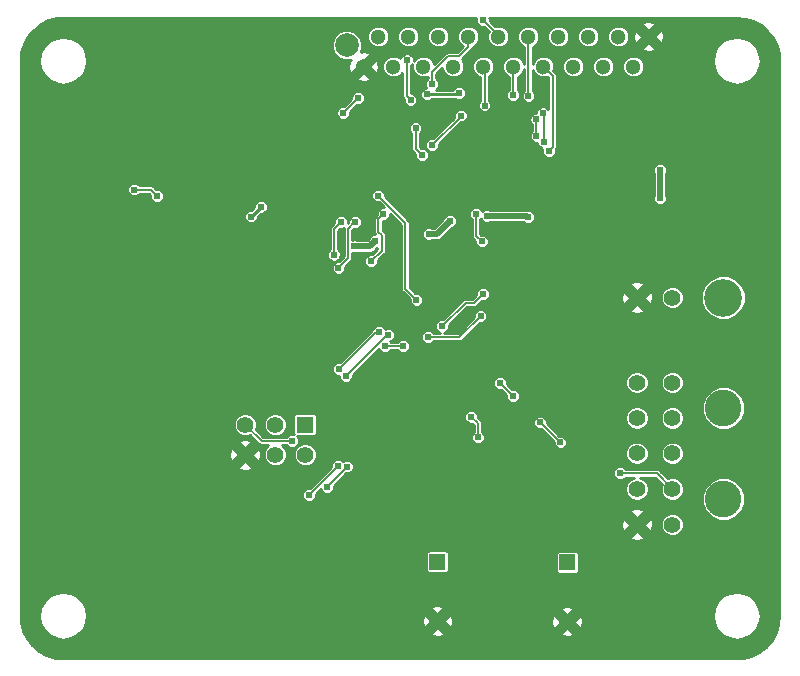
<source format=gbl>
G04 #@! TF.GenerationSoftware,KiCad,Pcbnew,5.0.0-fee4fd1~66~ubuntu16.04.1*
G04 #@! TF.CreationDate,2019-04-14T05:53:46-04:00*
G04 #@! TF.ProjectId,AIR_Control_Board,4149525F436F6E74726F6C5F426F6172,rev?*
G04 #@! TF.SameCoordinates,Original*
G04 #@! TF.FileFunction,Copper,L2,Bot,Signal*
G04 #@! TF.FilePolarity,Positive*
%FSLAX46Y46*%
G04 Gerber Fmt 4.6, Leading zero omitted, Abs format (unit mm)*
G04 Created by KiCad (PCBNEW 5.0.0-fee4fd1~66~ubuntu16.04.1) date Sun Apr 14 05:53:46 2019*
%MOMM*%
%LPD*%
G01*
G04 APERTURE LIST*
G04 #@! TA.AperFunction,ComponentPad*
%ADD10C,1.371600*%
G04 #@! TD*
G04 #@! TA.AperFunction,ComponentPad*
%ADD11R,1.371600X1.371600*%
G04 #@! TD*
G04 #@! TA.AperFunction,ComponentPad*
%ADD12C,1.400000*%
G04 #@! TD*
G04 #@! TA.AperFunction,ComponentPad*
%ADD13R,1.400000X1.400000*%
G04 #@! TD*
G04 #@! TA.AperFunction,ComponentPad*
%ADD14C,3.100000*%
G04 #@! TD*
G04 #@! TA.AperFunction,ComponentPad*
%ADD15C,1.420000*%
G04 #@! TD*
G04 #@! TA.AperFunction,ComponentPad*
%ADD16C,3.200000*%
G04 #@! TD*
G04 #@! TA.AperFunction,ComponentPad*
%ADD17C,1.300000*%
G04 #@! TD*
G04 #@! TA.AperFunction,ComponentPad*
%ADD18C,2.000000*%
G04 #@! TD*
G04 #@! TA.AperFunction,ViaPad*
%ADD19C,0.609600*%
G04 #@! TD*
G04 #@! TA.AperFunction,Conductor*
%ADD20C,0.152400*%
G04 #@! TD*
G04 #@! TA.AperFunction,Conductor*
%ADD21C,0.254000*%
G04 #@! TD*
G04 #@! TA.AperFunction,Conductor*
%ADD22C,0.508000*%
G04 #@! TD*
G04 APERTURE END LIST*
D10*
G04 #@! TO.P,C1,2*
G04 #@! TO.N,GND*
X170688000Y-134366000D03*
D11*
G04 #@! TO.P,C1,1*
G04 #@! TO.N,/Air+12V*
X170688000Y-129362200D03*
G04 #@! TD*
D10*
G04 #@! TO.P,C2,2*
G04 #@! TO.N,GND*
X159689800Y-134315200D03*
D11*
G04 #@! TO.P,C2,1*
G04 #@! TO.N,/Air+12V*
X159689800Y-129311400D03*
G04 #@! TD*
D12*
G04 #@! TO.P,J4,6*
G04 #@! TO.N,GND*
X143408400Y-120243600D03*
G04 #@! TO.P,J4,5*
G04 #@! TO.N,/RESET*
X143408400Y-117703600D03*
G04 #@! TO.P,J4,4*
G04 #@! TO.N,/MOSI*
X145948400Y-120243600D03*
G04 #@! TO.P,J4,3*
G04 #@! TO.N,/SCK*
X145948400Y-117703600D03*
G04 #@! TO.P,J4,2*
G04 #@! TO.N,VCC*
X148488400Y-120243600D03*
D13*
G04 #@! TO.P,J4,1*
G04 #@! TO.N,/MISO*
X148488400Y-117703600D03*
G04 #@! TD*
D14*
G04 #@! TO.P,J1,*
G04 #@! TO.N,*
X183896000Y-116292000D03*
D15*
G04 #@! TO.P,J1,1*
G04 #@! TO.N,/Air+12V*
X179576000Y-114132000D03*
G04 #@! TO.P,J1,2*
G04 #@! TO.N,/Precharge-*
X179576000Y-117132000D03*
D14*
G04 #@! TO.P,J1,*
G04 #@! TO.N,*
X183896000Y-123992000D03*
D15*
G04 #@! TO.P,J1,3*
G04 #@! TO.N,VCC*
X179576000Y-120132000D03*
G04 #@! TO.P,J1,4*
G04 #@! TO.N,/AIR+_Weld_Detect*
X179576000Y-123152000D03*
G04 #@! TO.P,J1,5*
G04 #@! TO.N,/Air+12V*
X179576000Y-126152000D03*
G04 #@! TO.P,J1,6*
G04 #@! TO.N,/Air+GND*
X176576000Y-114132000D03*
G04 #@! TO.P,J1,7*
G04 #@! TO.N,VCC*
X176576000Y-117132000D03*
G04 #@! TO.P,J1,8*
G04 #@! TO.N,/AIR-_Weld_Detect*
X176576000Y-120132000D03*
G04 #@! TO.P,J1,9*
G04 #@! TO.N,/Air+12V*
X176576000Y-123152000D03*
G04 #@! TO.P,J1,10*
G04 #@! TO.N,GND*
X176576000Y-126152000D03*
G04 #@! TD*
G04 #@! TO.P,J3,2*
G04 #@! TO.N,GND*
X176576000Y-106934000D03*
G04 #@! TO.P,J3,1*
G04 #@! TO.N,/Air+12V*
X179576000Y-106934000D03*
D16*
G04 #@! TO.P,J3,*
G04 #@! TO.N,*
X183896000Y-106934000D03*
G04 #@! TD*
D17*
G04 #@! TO.P,J2,5*
G04 #@! TO.N,VCC*
X158496000Y-87376000D03*
G04 #@! TO.P,J2,3*
G04 #@! TO.N,/CAN_P*
X155956000Y-87376000D03*
G04 #@! TO.P,J2,1*
G04 #@! TO.N,GND*
X153416000Y-87376000D03*
G04 #@! TO.P,J2,7*
G04 #@! TO.N,/MISO*
X161036000Y-87376000D03*
G04 #@! TO.P,J2,2*
G04 #@! TO.N,+12V*
X154686000Y-84836000D03*
G04 #@! TO.P,J2,4*
G04 #@! TO.N,/CAN_N*
X157226000Y-84836000D03*
G04 #@! TO.P,J2,6*
G04 #@! TO.N,/MOSI*
X159766000Y-84836000D03*
G04 #@! TO.P,J2,8*
G04 #@! TO.N,/SCK*
X162306000Y-84836000D03*
G04 #@! TO.P,J2,9*
G04 #@! TO.N,/RESET*
X163576000Y-87376000D03*
G04 #@! TO.P,J2,10*
G04 #@! TO.N,Net-(J2-Pad10)*
X164846000Y-84836000D03*
G04 #@! TO.P,J2,11*
G04 #@! TO.N,Net-(J2-Pad11)*
X166116000Y-87376000D03*
G04 #@! TO.P,J2,12*
G04 #@! TO.N,/IMD_Sense*
X167386000Y-84836000D03*
G04 #@! TO.P,J2,13*
G04 #@! TO.N,/BMS_Sense*
X168656000Y-87376000D03*
G04 #@! TO.P,J2,14*
G04 #@! TO.N,/ShutdownSense_BMS*
X169926000Y-84836000D03*
G04 #@! TO.P,J2,15*
G04 #@! TO.N,/ShutdownSense_IMD*
X171196000Y-87376000D03*
G04 #@! TO.P,J2,16*
G04 #@! TO.N,/ShutdownSense_HVD_Conn*
X172466000Y-84836000D03*
G04 #@! TO.P,J2,17*
G04 #@! TO.N,/ShutdownSense_MainPack*
X173736000Y-87376000D03*
G04 #@! TO.P,J2,18*
G04 #@! TO.N,VCC*
X175006000Y-84836000D03*
G04 #@! TO.P,J2,19*
G04 #@! TO.N,/Cooling_Pressure_Sense*
X176276000Y-87376000D03*
G04 #@! TO.P,J2,20*
G04 #@! TO.N,GND*
X177546000Y-84836000D03*
D18*
G04 #@! TO.P,J2,21*
G04 #@! TO.N,N/C*
X152016000Y-85576000D03*
G04 #@! TD*
D19*
G04 #@! TO.N,GND*
X154940000Y-95859600D03*
X166166800Y-95554800D03*
X162407600Y-97942400D03*
X180289200Y-93065600D03*
X149250400Y-105257600D03*
X146558000Y-110236000D03*
X167284400Y-111709200D03*
X169164000Y-110591600D03*
X166573200Y-106324400D03*
X171196000Y-92913200D03*
X174498000Y-98094800D03*
X138353800Y-93573600D03*
X138861800Y-92303600D03*
X139674600Y-93370400D03*
X140411200Y-92278200D03*
X161264600Y-124510800D03*
X168046400Y-123748800D03*
X173685200Y-120700800D03*
X139039600Y-98806000D03*
X151714200Y-98044000D03*
X156692600Y-107264200D03*
X157556200Y-102057200D03*
X159905700Y-115989100D03*
X133972300Y-133235700D03*
X137820400Y-133134100D03*
X168313100Y-115570000D03*
X167906700Y-121653300D03*
X136740000Y-93540000D03*
X137580000Y-92300000D03*
X126120000Y-99404000D03*
X126374000Y-93562000D03*
X133330000Y-103640000D03*
X133390000Y-105060000D03*
X133380000Y-106720000D03*
X133080000Y-108030000D03*
X132350000Y-109180000D03*
X131550000Y-110430000D03*
X134440000Y-116290000D03*
X135240000Y-117260000D03*
X135840000Y-116320000D03*
X136780000Y-117150000D03*
X137230000Y-116290000D03*
X128390000Y-116250000D03*
X129870000Y-90710000D03*
X132450000Y-88160000D03*
X132740000Y-83930000D03*
X173500000Y-136780000D03*
X180400000Y-136740000D03*
X180500000Y-133040000D03*
X183540000Y-129760000D03*
X188090000Y-129280000D03*
X188110000Y-124470000D03*
X188120000Y-118550000D03*
X188210000Y-112920000D03*
X188210000Y-106470000D03*
X156260000Y-136940000D03*
X150590000Y-136860000D03*
X145770000Y-136770000D03*
X139760000Y-136750000D03*
X133250000Y-136720000D03*
X132500000Y-133840000D03*
X129880000Y-129620000D03*
X125070000Y-129220000D03*
X125070000Y-125410000D03*
X124990000Y-119310000D03*
X124940000Y-114520000D03*
X183470000Y-90570000D03*
X180760000Y-87670000D03*
X180560000Y-83850000D03*
X187540000Y-91450000D03*
X188070000Y-93920000D03*
X188100000Y-98030000D03*
X188130000Y-102750000D03*
X165430000Y-136800000D03*
G04 #@! TO.N,VCC*
X143916400Y-100076000D03*
X144754600Y-99237800D03*
X158953200Y-101561900D03*
X160731200Y-100469700D03*
X158813500Y-89738200D03*
X161493200Y-89636600D03*
X152654000Y-102590600D03*
X154434317Y-102156483D03*
X163918900Y-100037900D03*
X178520445Y-98510445D03*
X178511200Y-96164400D03*
X167347900Y-100088700D03*
X135970000Y-98330000D03*
X134020000Y-97790000D03*
G04 #@! TO.N,/MISO*
X151920000Y-113560000D03*
X155491634Y-110088601D03*
G04 #@! TO.N,/MOSI*
X151380000Y-113010000D03*
X154740000Y-109860000D03*
G04 #@! TO.N,/SCK*
X159232600Y-88849200D03*
X151511000Y-100558600D03*
X150931905Y-103301800D03*
G04 #@! TO.N,/RESET*
X168071800Y-93281500D03*
X168069223Y-91861600D03*
X163677600Y-90678000D03*
X147410401Y-119100600D03*
G04 #@! TO.N,/P_LED_1*
X151269700Y-121196100D03*
X148831300Y-123647200D03*
G04 #@! TO.N,/P_LED_2*
X152057100Y-121246900D03*
X150368000Y-122974100D03*
G04 #@! TO.N,/RJ45_LED1*
X154074879Y-103874821D03*
X155117800Y-99860100D03*
G04 #@! TO.N,/RJ45_LED2*
X151313551Y-104412493D03*
X152742900Y-100558600D03*
G04 #@! TO.N,/AIR+_Weld_Detect*
X175158400Y-121818400D03*
X162560000Y-117017800D03*
X163118800Y-118783100D03*
G04 #@! TO.N,/AIR-_Weld_Detect*
X164960300Y-114150100D03*
X166103300Y-115290600D03*
X168402000Y-117513100D03*
X170103800Y-119202200D03*
G04 #@! TO.N,Net-(J2-Pad10)*
X158364804Y-94890204D03*
X157835600Y-92595700D03*
X157416500Y-90195400D03*
X157086300Y-86855300D03*
X163537900Y-83426300D03*
G04 #@! TO.N,Net-(J2-Pad11)*
X159255689Y-94043500D03*
X161663327Y-91523624D03*
X166116000Y-89809320D03*
G04 #@! TO.N,/IMD_Sense*
X160090000Y-109360000D03*
X163533311Y-106650000D03*
X168683160Y-93736345D03*
X168626913Y-91342343D03*
X167400000Y-89850000D03*
G04 #@! TO.N,/BMS_Sense*
X155272634Y-111052634D03*
X156791976Y-111041976D03*
X158883100Y-110280000D03*
X163340774Y-108496968D03*
X169130000Y-94530000D03*
G04 #@! TO.N,/ShutdownSense_BMS*
X151726900Y-91287600D03*
X152996900Y-90030300D03*
G04 #@! TO.N,/ss_IMD*
X162960000Y-99830000D03*
X163439912Y-102189912D03*
G04 #@! TO.N,/ss_BMS*
X154660600Y-98298000D03*
X157914529Y-107114529D03*
G04 #@! TD*
D20*
G04 #@! TO.N,GND*
X152018252Y-97891600D02*
X152119852Y-97993200D01*
X151587200Y-97891600D02*
X152018252Y-97891600D01*
X138353800Y-92811600D02*
X138861800Y-92303600D01*
X138353800Y-93573600D02*
X138353800Y-92811600D01*
X139674600Y-93014800D02*
X140411200Y-92278200D01*
X139674600Y-93370400D02*
X139674600Y-93014800D01*
X151511000Y-103403400D02*
X151434800Y-103479600D01*
X170002201Y-133680201D02*
X170688000Y-134366000D01*
X160375599Y-133629401D02*
X169951401Y-133629401D01*
X159689800Y-134315200D02*
X160375599Y-133629401D01*
X169951401Y-133629401D02*
X170002201Y-133680201D01*
X137580000Y-92700000D02*
X137580000Y-92300000D01*
X136740000Y-93540000D02*
X137580000Y-92700000D01*
X133330000Y-105000000D02*
X133390000Y-105060000D01*
X133330000Y-103640000D02*
X133330000Y-105000000D01*
X133380000Y-107730000D02*
X133080000Y-108030000D01*
X133380000Y-106720000D02*
X133380000Y-107730000D01*
X132350000Y-109630000D02*
X131550000Y-110430000D01*
X132350000Y-109180000D02*
X132350000Y-109630000D01*
X134440000Y-116460000D02*
X135240000Y-117260000D01*
X134440000Y-116290000D02*
X134440000Y-116460000D01*
X135950000Y-116320000D02*
X136780000Y-117150000D01*
X135840000Y-116320000D02*
X135950000Y-116320000D01*
X132420000Y-88160000D02*
X132450000Y-88160000D01*
X129870000Y-90710000D02*
X132420000Y-88160000D01*
X180360000Y-136780000D02*
X180400000Y-136740000D01*
X173500000Y-136780000D02*
X180360000Y-136780000D01*
X183540000Y-130000000D02*
X183540000Y-129760000D01*
X180500000Y-133040000D02*
X183540000Y-130000000D01*
X188090000Y-124490000D02*
X188110000Y-124470000D01*
X188090000Y-129280000D02*
X188090000Y-124490000D01*
X188120000Y-113010000D02*
X188210000Y-112920000D01*
X188120000Y-118550000D02*
X188120000Y-113010000D01*
X157065000Y-136940000D02*
X156260000Y-136940000D01*
X159689800Y-134315200D02*
X157065000Y-136940000D01*
X145860000Y-136860000D02*
X145770000Y-136770000D01*
X150590000Y-136860000D02*
X145860000Y-136860000D01*
X133280000Y-136750000D02*
X133250000Y-136720000D01*
X139760000Y-136750000D02*
X133280000Y-136750000D01*
X132500000Y-132240000D02*
X129880000Y-129620000D01*
X132500000Y-133840000D02*
X132500000Y-132240000D01*
X125070000Y-119390000D02*
X124990000Y-119310000D01*
X125070000Y-125410000D02*
X125070000Y-119390000D01*
X180760000Y-87860000D02*
X180760000Y-87670000D01*
X187550000Y-91460000D02*
X187540000Y-91450000D01*
X183470000Y-90570000D02*
X180760000Y-87860000D01*
X188070000Y-98000000D02*
X188100000Y-98030000D01*
X188070000Y-93920000D02*
X188070000Y-98000000D01*
D21*
G04 #@! TO.N,VCC*
X143916400Y-100076000D02*
X144754600Y-99237800D01*
D22*
X159639000Y-101561900D02*
X160731200Y-100469700D01*
X158953200Y-101561900D02*
X159639000Y-101561900D01*
D21*
X161391600Y-89738200D02*
X161493200Y-89636600D01*
X158813500Y-89738200D02*
X161391600Y-89738200D01*
D22*
X154000200Y-102590600D02*
X154434317Y-102156483D01*
X152654000Y-102590600D02*
X154000200Y-102590600D01*
X178520445Y-96173645D02*
X178511200Y-96164400D01*
X178520445Y-98510445D02*
X178520445Y-96173645D01*
X167297100Y-100037900D02*
X167347900Y-100088700D01*
X163918900Y-100037900D02*
X167297100Y-100037900D01*
D20*
X135430000Y-97790000D02*
X134020000Y-97790000D01*
X135970000Y-98330000D02*
X135430000Y-97790000D01*
G04 #@! TO.N,/MISO*
X155391399Y-110088601D02*
X155491634Y-110088601D01*
X151920000Y-113560000D02*
X155391399Y-110088601D01*
G04 #@! TO.N,/MOSI*
X154530000Y-109860000D02*
X154740000Y-109860000D01*
X151380000Y-113010000D02*
X154530000Y-109860000D01*
G04 #@! TO.N,/SCK*
X159232600Y-87879070D02*
X159232600Y-88849200D01*
X162306000Y-85725000D02*
X161533601Y-86497399D01*
X160614271Y-86497399D02*
X159232600Y-87879070D01*
X162306000Y-84836000D02*
X162306000Y-85725000D01*
X161533601Y-86497399D02*
X160614271Y-86497399D01*
X150931905Y-101137695D02*
X151511000Y-100558600D01*
X150931905Y-103301800D02*
X150931905Y-101137695D01*
G04 #@! TO.N,/RESET*
X168071800Y-91864177D02*
X168069223Y-91861600D01*
X168071800Y-93281500D02*
X168071800Y-91864177D01*
X163677600Y-87477600D02*
X163576000Y-87376000D01*
X163677600Y-90678000D02*
X163677600Y-87477600D01*
X144805400Y-119100600D02*
X143408400Y-117703600D01*
X147410401Y-119100600D02*
X144805400Y-119100600D01*
G04 #@! TO.N,/P_LED_1*
X148831300Y-123634500D02*
X148831300Y-123647200D01*
X151269700Y-121196100D02*
X148831300Y-123634500D01*
G04 #@! TO.N,/P_LED_2*
X150368000Y-122936000D02*
X150368000Y-122974100D01*
X152057100Y-121246900D02*
X150368000Y-122936000D01*
G04 #@! TO.N,/RJ45_LED1*
X154967718Y-101627718D02*
X154698700Y-101358700D01*
X154967718Y-102981982D02*
X154967718Y-101627718D01*
X154074879Y-103874821D02*
X154967718Y-102981982D01*
X154698700Y-100279200D02*
X155117800Y-99860100D01*
X154698700Y-101358700D02*
X154698700Y-100279200D01*
G04 #@! TO.N,/RJ45_LED2*
X152120599Y-103605445D02*
X152120599Y-101104701D01*
X151313551Y-104412493D02*
X152120599Y-103605445D01*
X152666700Y-100558600D02*
X152742900Y-100558600D01*
X152120599Y-101104701D02*
X152666700Y-100558600D01*
G04 #@! TO.N,/AIR+_Weld_Detect*
X178242400Y-121818400D02*
X179576000Y-123152000D01*
X175158400Y-121818400D02*
X178242400Y-121818400D01*
X163118800Y-117576600D02*
X163118800Y-118783100D01*
X162560000Y-117017800D02*
X163118800Y-117576600D01*
G04 #@! TO.N,/AIR-_Weld_Detect*
X166100800Y-115290600D02*
X166103300Y-115290600D01*
X164960300Y-114150100D02*
X166100800Y-115290600D01*
X170091100Y-119202200D02*
X170103800Y-119202200D01*
X168402000Y-117513100D02*
X170091100Y-119202200D01*
G04 #@! TO.N,Net-(J2-Pad10)*
X157835600Y-94361000D02*
X157835600Y-92595700D01*
X158364804Y-94890204D02*
X157835600Y-94361000D01*
X157086300Y-89865200D02*
X157086300Y-86855300D01*
X157416500Y-90195400D02*
X157086300Y-89865200D01*
X164846000Y-84734400D02*
X164846000Y-84836000D01*
X163537900Y-83426300D02*
X164846000Y-84734400D01*
G04 #@! TO.N,Net-(J2-Pad11)*
X161663327Y-91635862D02*
X161663327Y-91523624D01*
X159255689Y-94043500D02*
X161663327Y-91635862D01*
X166116000Y-89719896D02*
X166116000Y-89809320D01*
X166116000Y-89809320D02*
X166116000Y-87376000D01*
G04 #@! TO.N,/IMD_Sense*
X160090000Y-109360000D02*
X162070000Y-107380000D01*
X162803311Y-107380000D02*
X163533311Y-106650000D01*
X162070000Y-107380000D02*
X162803311Y-107380000D01*
X168683160Y-91398590D02*
X168626913Y-91342343D01*
X168683160Y-93736345D02*
X168683160Y-91398590D01*
X167400000Y-84850000D02*
X167386000Y-84836000D01*
X167400000Y-89850000D02*
X167400000Y-84850000D01*
G04 #@! TO.N,/BMS_Sense*
X156781318Y-111052634D02*
X156791976Y-111041976D01*
X155272634Y-111052634D02*
X156781318Y-111052634D01*
X161557742Y-110280000D02*
X163340774Y-108496968D01*
X158883100Y-110280000D02*
X161557742Y-110280000D01*
X169305999Y-88025999D02*
X168656000Y-87376000D01*
X169434799Y-88154799D02*
X169305999Y-88025999D01*
X169434799Y-94225201D02*
X169434799Y-88154799D01*
X169130000Y-94530000D02*
X169434799Y-94225201D01*
G04 #@! TO.N,/ShutdownSense_BMS*
X152984200Y-90030300D02*
X152996900Y-90030300D01*
X151726900Y-91287600D02*
X152984200Y-90030300D01*
G04 #@! TO.N,/ss_IMD*
X162960000Y-99830000D02*
X162960000Y-100430000D01*
X162960000Y-101710000D02*
X163439912Y-102189912D01*
X162960000Y-100430000D02*
X162960000Y-101710000D01*
G04 #@! TO.N,/ss_BMS*
X154660600Y-98298000D02*
X156972000Y-100609400D01*
X156972000Y-106172000D02*
X157914529Y-107114529D01*
X156972000Y-100609400D02*
X156972000Y-106172000D01*
G04 #@! TD*
D21*
G04 #@! TO.N,GND*
G36*
X162953700Y-83310095D02*
X162953700Y-83542505D01*
X163042639Y-83757223D01*
X163206977Y-83921561D01*
X163421695Y-84010500D01*
X163619206Y-84010500D01*
X164017132Y-84408426D01*
X163916600Y-84651131D01*
X163916600Y-85020869D01*
X164058093Y-85362463D01*
X164319537Y-85623907D01*
X164661131Y-85765400D01*
X165030869Y-85765400D01*
X165372463Y-85623907D01*
X165633907Y-85362463D01*
X165775400Y-85020869D01*
X165775400Y-84651131D01*
X165633907Y-84309537D01*
X165372463Y-84048093D01*
X165030869Y-83906600D01*
X164661131Y-83906600D01*
X164562110Y-83947616D01*
X164439610Y-83825116D01*
X176994735Y-83825116D01*
X177546000Y-84376381D01*
X178097265Y-83825116D01*
X178029102Y-83618144D01*
X177526275Y-83525972D01*
X177062898Y-83618144D01*
X176994735Y-83825116D01*
X164439610Y-83825116D01*
X164122100Y-83507606D01*
X164122100Y-83310095D01*
X164096131Y-83247400D01*
X184996778Y-83247400D01*
X185743630Y-83323262D01*
X186441537Y-83541973D01*
X187081212Y-83896550D01*
X187636521Y-84372508D01*
X188084787Y-84950410D01*
X188407694Y-85606642D01*
X188593230Y-86318926D01*
X188636600Y-86882577D01*
X188636601Y-133848768D01*
X188560738Y-134595629D01*
X188342027Y-135293536D01*
X187987450Y-135933210D01*
X187511491Y-136488521D01*
X186933590Y-136936787D01*
X186277360Y-137259693D01*
X185565075Y-137445230D01*
X185001423Y-137488600D01*
X128035222Y-137488600D01*
X127288371Y-137412738D01*
X126590464Y-137194027D01*
X125950790Y-136839450D01*
X125395479Y-136363491D01*
X124947213Y-135785590D01*
X124624307Y-135129360D01*
X124438770Y-134417075D01*
X124396522Y-133868000D01*
X125984650Y-133868000D01*
X126084071Y-134495722D01*
X126372603Y-135061998D01*
X126822002Y-135511397D01*
X127388278Y-135799929D01*
X128016000Y-135899350D01*
X128643722Y-135799929D01*
X129209998Y-135511397D01*
X129359493Y-135361902D01*
X159128032Y-135361902D01*
X159201746Y-135570325D01*
X159719212Y-135661555D01*
X160177854Y-135570325D01*
X160233601Y-135412702D01*
X170126232Y-135412702D01*
X170199946Y-135621125D01*
X170717412Y-135712355D01*
X171176054Y-135621125D01*
X171249768Y-135412702D01*
X170688000Y-134850934D01*
X170126232Y-135412702D01*
X160233601Y-135412702D01*
X160251568Y-135361902D01*
X159689800Y-134800134D01*
X159128032Y-135361902D01*
X129359493Y-135361902D01*
X129659397Y-135061998D01*
X129947929Y-134495722D01*
X129971862Y-134344612D01*
X158343445Y-134344612D01*
X158434675Y-134803254D01*
X158643098Y-134876968D01*
X159204866Y-134315200D01*
X160174734Y-134315200D01*
X160736502Y-134876968D01*
X160944925Y-134803254D01*
X161016828Y-134395412D01*
X169341645Y-134395412D01*
X169432875Y-134854054D01*
X169641298Y-134927768D01*
X170203066Y-134366000D01*
X171172934Y-134366000D01*
X171734702Y-134927768D01*
X171943125Y-134854054D01*
X172034355Y-134336588D01*
X171943125Y-133877946D01*
X171915004Y-133868000D01*
X182984650Y-133868000D01*
X183084071Y-134495722D01*
X183372603Y-135061998D01*
X183822002Y-135511397D01*
X184388278Y-135799929D01*
X185016000Y-135899350D01*
X185643722Y-135799929D01*
X186209998Y-135511397D01*
X186659397Y-135061998D01*
X186947929Y-134495722D01*
X187047350Y-133868000D01*
X186947929Y-133240278D01*
X186659397Y-132674002D01*
X186209998Y-132224603D01*
X185643722Y-131936071D01*
X185016000Y-131836650D01*
X184388278Y-131936071D01*
X183822002Y-132224603D01*
X183372603Y-132674002D01*
X183084071Y-133240278D01*
X182984650Y-133868000D01*
X171915004Y-133868000D01*
X171734702Y-133804232D01*
X171172934Y-134366000D01*
X170203066Y-134366000D01*
X169641298Y-133804232D01*
X169432875Y-133877946D01*
X169341645Y-134395412D01*
X161016828Y-134395412D01*
X161036155Y-134285788D01*
X160944925Y-133827146D01*
X160736502Y-133753432D01*
X160174734Y-134315200D01*
X159204866Y-134315200D01*
X158643098Y-133753432D01*
X158434675Y-133827146D01*
X158343445Y-134344612D01*
X129971862Y-134344612D01*
X130047350Y-133868000D01*
X129952399Y-133268498D01*
X159128032Y-133268498D01*
X159689800Y-133830266D01*
X160200768Y-133319298D01*
X170126232Y-133319298D01*
X170688000Y-133881066D01*
X171249768Y-133319298D01*
X171176054Y-133110875D01*
X170658588Y-133019645D01*
X170199946Y-133110875D01*
X170126232Y-133319298D01*
X160200768Y-133319298D01*
X160251568Y-133268498D01*
X160177854Y-133060075D01*
X159660388Y-132968845D01*
X159201746Y-133060075D01*
X159128032Y-133268498D01*
X129952399Y-133268498D01*
X129947929Y-133240278D01*
X129659397Y-132674002D01*
X129209998Y-132224603D01*
X128643722Y-131936071D01*
X128016000Y-131836650D01*
X127388278Y-131936071D01*
X126822002Y-132224603D01*
X126372603Y-132674002D01*
X126084071Y-133240278D01*
X125984650Y-133868000D01*
X124396522Y-133868000D01*
X124395400Y-133853423D01*
X124395400Y-128625600D01*
X158719127Y-128625600D01*
X158719127Y-129997200D01*
X158740812Y-130106216D01*
X158802564Y-130198636D01*
X158894984Y-130260388D01*
X159004000Y-130282073D01*
X160375600Y-130282073D01*
X160484616Y-130260388D01*
X160577036Y-130198636D01*
X160638788Y-130106216D01*
X160660473Y-129997200D01*
X160660473Y-128676400D01*
X169717327Y-128676400D01*
X169717327Y-130048000D01*
X169739012Y-130157016D01*
X169800764Y-130249436D01*
X169893184Y-130311188D01*
X170002200Y-130332873D01*
X171373800Y-130332873D01*
X171482816Y-130311188D01*
X171575236Y-130249436D01*
X171636988Y-130157016D01*
X171658673Y-130048000D01*
X171658673Y-128676400D01*
X171636988Y-128567384D01*
X171575236Y-128474964D01*
X171482816Y-128413212D01*
X171373800Y-128391527D01*
X170002200Y-128391527D01*
X169893184Y-128413212D01*
X169800764Y-128474964D01*
X169739012Y-128567384D01*
X169717327Y-128676400D01*
X160660473Y-128676400D01*
X160660473Y-128625600D01*
X160638788Y-128516584D01*
X160577036Y-128424164D01*
X160484616Y-128362412D01*
X160375600Y-128340727D01*
X159004000Y-128340727D01*
X158894984Y-128362412D01*
X158802564Y-128424164D01*
X158740812Y-128516584D01*
X158719127Y-128625600D01*
X124395400Y-128625600D01*
X124395400Y-127222893D01*
X176007153Y-127222893D01*
X176084618Y-127432291D01*
X176611968Y-127522879D01*
X177067382Y-127432291D01*
X177144847Y-127222893D01*
X176576000Y-126654046D01*
X176007153Y-127222893D01*
X124395400Y-127222893D01*
X124395400Y-126187968D01*
X175205121Y-126187968D01*
X175295709Y-126643382D01*
X175505107Y-126720847D01*
X176073954Y-126152000D01*
X177078046Y-126152000D01*
X177646893Y-126720847D01*
X177856291Y-126643382D01*
X177946879Y-126116032D01*
X177914887Y-125955196D01*
X178586600Y-125955196D01*
X178586600Y-126348804D01*
X178737228Y-126712450D01*
X179015550Y-126990772D01*
X179379196Y-127141400D01*
X179772804Y-127141400D01*
X180136450Y-126990772D01*
X180414772Y-126712450D01*
X180565400Y-126348804D01*
X180565400Y-125955196D01*
X180414772Y-125591550D01*
X180136450Y-125313228D01*
X179772804Y-125162600D01*
X179379196Y-125162600D01*
X179015550Y-125313228D01*
X178737228Y-125591550D01*
X178586600Y-125955196D01*
X177914887Y-125955196D01*
X177856291Y-125660618D01*
X177646893Y-125583153D01*
X177078046Y-126152000D01*
X176073954Y-126152000D01*
X175505107Y-125583153D01*
X175295709Y-125660618D01*
X175205121Y-126187968D01*
X124395400Y-126187968D01*
X124395400Y-125081107D01*
X176007153Y-125081107D01*
X176576000Y-125649954D01*
X177144847Y-125081107D01*
X177067382Y-124871709D01*
X176540032Y-124781121D01*
X176084618Y-124871709D01*
X176007153Y-125081107D01*
X124395400Y-125081107D01*
X124395400Y-123530995D01*
X148247100Y-123530995D01*
X148247100Y-123763405D01*
X148336039Y-123978123D01*
X148500377Y-124142461D01*
X148715095Y-124231400D01*
X148947505Y-124231400D01*
X149162223Y-124142461D01*
X149326561Y-123978123D01*
X149415500Y-123763405D01*
X149415500Y-123553194D01*
X149811504Y-123157190D01*
X149872739Y-123305023D01*
X150037077Y-123469361D01*
X150251795Y-123558300D01*
X150484205Y-123558300D01*
X150698923Y-123469361D01*
X150863261Y-123305023D01*
X150952200Y-123090305D01*
X150952200Y-122857895D01*
X150951262Y-122855632D01*
X151975794Y-121831100D01*
X152173305Y-121831100D01*
X152388023Y-121742161D01*
X152427989Y-121702195D01*
X174574200Y-121702195D01*
X174574200Y-121934605D01*
X174663139Y-122149323D01*
X174827477Y-122313661D01*
X175042195Y-122402600D01*
X175274605Y-122402600D01*
X175489323Y-122313661D01*
X175628984Y-122174000D01*
X176351674Y-122174000D01*
X176015550Y-122313228D01*
X175737228Y-122591550D01*
X175586600Y-122955196D01*
X175586600Y-123348804D01*
X175737228Y-123712450D01*
X176015550Y-123990772D01*
X176379196Y-124141400D01*
X176772804Y-124141400D01*
X177136450Y-123990772D01*
X177414772Y-123712450D01*
X177565400Y-123348804D01*
X177565400Y-122955196D01*
X177414772Y-122591550D01*
X177136450Y-122313228D01*
X176800326Y-122174000D01*
X178095106Y-122174000D01*
X178671452Y-122750346D01*
X178586600Y-122955196D01*
X178586600Y-123348804D01*
X178737228Y-123712450D01*
X179015550Y-123990772D01*
X179379196Y-124141400D01*
X179772804Y-124141400D01*
X180136450Y-123990772D01*
X180414772Y-123712450D01*
X180449706Y-123628110D01*
X182066600Y-123628110D01*
X182066600Y-124355890D01*
X182345110Y-125028272D01*
X182859728Y-125542890D01*
X183532110Y-125821400D01*
X184259890Y-125821400D01*
X184932272Y-125542890D01*
X185446890Y-125028272D01*
X185725400Y-124355890D01*
X185725400Y-123628110D01*
X185446890Y-122955728D01*
X184932272Y-122441110D01*
X184259890Y-122162600D01*
X183532110Y-122162600D01*
X182859728Y-122441110D01*
X182345110Y-122955728D01*
X182066600Y-123628110D01*
X180449706Y-123628110D01*
X180565400Y-123348804D01*
X180565400Y-122955196D01*
X180414772Y-122591550D01*
X180136450Y-122313228D01*
X179772804Y-122162600D01*
X179379196Y-122162600D01*
X179174346Y-122247452D01*
X178518611Y-121591717D01*
X178498773Y-121562027D01*
X178381148Y-121483433D01*
X178277420Y-121462800D01*
X178242400Y-121455834D01*
X178207380Y-121462800D01*
X175628984Y-121462800D01*
X175489323Y-121323139D01*
X175274605Y-121234200D01*
X175042195Y-121234200D01*
X174827477Y-121323139D01*
X174663139Y-121487477D01*
X174574200Y-121702195D01*
X152427989Y-121702195D01*
X152552361Y-121577823D01*
X152641300Y-121363105D01*
X152641300Y-121130695D01*
X152552361Y-120915977D01*
X152388023Y-120751639D01*
X152173305Y-120662700D01*
X151940895Y-120662700D01*
X151726177Y-120751639D01*
X151688800Y-120789016D01*
X151600623Y-120700839D01*
X151385905Y-120611900D01*
X151153495Y-120611900D01*
X150938777Y-120700839D01*
X150774439Y-120865177D01*
X150685500Y-121079895D01*
X150685500Y-121277406D01*
X148899906Y-123063000D01*
X148715095Y-123063000D01*
X148500377Y-123151939D01*
X148336039Y-123316277D01*
X148247100Y-123530995D01*
X124395400Y-123530995D01*
X124395400Y-121304498D01*
X142842476Y-121304498D01*
X142918392Y-121513494D01*
X143441659Y-121604348D01*
X143898408Y-121513494D01*
X143974324Y-121304498D01*
X143408400Y-120738575D01*
X142842476Y-121304498D01*
X124395400Y-121304498D01*
X124395400Y-120276859D01*
X142047652Y-120276859D01*
X142138506Y-120733608D01*
X142347502Y-120809524D01*
X142913425Y-120243600D01*
X143903375Y-120243600D01*
X144469298Y-120809524D01*
X144678294Y-120733608D01*
X144769148Y-120210341D01*
X144678294Y-119753592D01*
X144469298Y-119677676D01*
X143903375Y-120243600D01*
X142913425Y-120243600D01*
X142347502Y-119677676D01*
X142138506Y-119753592D01*
X142047652Y-120276859D01*
X124395400Y-120276859D01*
X124395400Y-119182702D01*
X142842476Y-119182702D01*
X143408400Y-119748625D01*
X143974324Y-119182702D01*
X143898408Y-118973706D01*
X143375141Y-118882852D01*
X142918392Y-118973706D01*
X142842476Y-119182702D01*
X124395400Y-119182702D01*
X124395400Y-117508785D01*
X142429000Y-117508785D01*
X142429000Y-117898415D01*
X142578104Y-118258386D01*
X142853614Y-118533896D01*
X143213585Y-118683000D01*
X143603215Y-118683000D01*
X143802401Y-118600495D01*
X144529189Y-119327283D01*
X144549027Y-119356973D01*
X144666652Y-119435567D01*
X144770380Y-119456200D01*
X144770384Y-119456200D01*
X144805399Y-119463165D01*
X144840414Y-119456200D01*
X145350718Y-119456200D01*
X145118104Y-119688814D01*
X144969000Y-120048785D01*
X144969000Y-120438415D01*
X145118104Y-120798386D01*
X145393614Y-121073896D01*
X145753585Y-121223000D01*
X146143215Y-121223000D01*
X146503186Y-121073896D01*
X146778696Y-120798386D01*
X146927800Y-120438415D01*
X146927800Y-120048785D01*
X147509000Y-120048785D01*
X147509000Y-120438415D01*
X147658104Y-120798386D01*
X147933614Y-121073896D01*
X148293585Y-121223000D01*
X148683215Y-121223000D01*
X149043186Y-121073896D01*
X149318696Y-120798386D01*
X149467800Y-120438415D01*
X149467800Y-120048785D01*
X149420751Y-119935196D01*
X175586600Y-119935196D01*
X175586600Y-120328804D01*
X175737228Y-120692450D01*
X176015550Y-120970772D01*
X176379196Y-121121400D01*
X176772804Y-121121400D01*
X177136450Y-120970772D01*
X177414772Y-120692450D01*
X177565400Y-120328804D01*
X177565400Y-119935196D01*
X178586600Y-119935196D01*
X178586600Y-120328804D01*
X178737228Y-120692450D01*
X179015550Y-120970772D01*
X179379196Y-121121400D01*
X179772804Y-121121400D01*
X180136450Y-120970772D01*
X180414772Y-120692450D01*
X180565400Y-120328804D01*
X180565400Y-119935196D01*
X180414772Y-119571550D01*
X180136450Y-119293228D01*
X179772804Y-119142600D01*
X179379196Y-119142600D01*
X179015550Y-119293228D01*
X178737228Y-119571550D01*
X178586600Y-119935196D01*
X177565400Y-119935196D01*
X177414772Y-119571550D01*
X177136450Y-119293228D01*
X176772804Y-119142600D01*
X176379196Y-119142600D01*
X176015550Y-119293228D01*
X175737228Y-119571550D01*
X175586600Y-119935196D01*
X149420751Y-119935196D01*
X149318696Y-119688814D01*
X149043186Y-119413304D01*
X148683215Y-119264200D01*
X148293585Y-119264200D01*
X147933614Y-119413304D01*
X147658104Y-119688814D01*
X147509000Y-120048785D01*
X146927800Y-120048785D01*
X146778696Y-119688814D01*
X146546082Y-119456200D01*
X146939817Y-119456200D01*
X147079478Y-119595861D01*
X147294196Y-119684800D01*
X147526606Y-119684800D01*
X147741324Y-119595861D01*
X147905662Y-119431523D01*
X147994601Y-119216805D01*
X147994601Y-118984395D01*
X147905662Y-118769677D01*
X147824458Y-118688473D01*
X149188400Y-118688473D01*
X149297416Y-118666788D01*
X149389836Y-118605036D01*
X149451588Y-118512616D01*
X149473273Y-118403600D01*
X149473273Y-117003600D01*
X149452983Y-116901595D01*
X161975800Y-116901595D01*
X161975800Y-117134005D01*
X162064739Y-117348723D01*
X162229077Y-117513061D01*
X162443795Y-117602000D01*
X162641306Y-117602000D01*
X162763200Y-117723894D01*
X162763201Y-118312515D01*
X162623539Y-118452177D01*
X162534600Y-118666895D01*
X162534600Y-118899305D01*
X162623539Y-119114023D01*
X162787877Y-119278361D01*
X163002595Y-119367300D01*
X163235005Y-119367300D01*
X163449723Y-119278361D01*
X163614061Y-119114023D01*
X163703000Y-118899305D01*
X163703000Y-118666895D01*
X163614061Y-118452177D01*
X163474400Y-118312516D01*
X163474400Y-117611620D01*
X163481366Y-117576600D01*
X163453767Y-117437852D01*
X163426401Y-117396895D01*
X167817800Y-117396895D01*
X167817800Y-117629305D01*
X167906739Y-117844023D01*
X168071077Y-118008361D01*
X168285795Y-118097300D01*
X168483306Y-118097300D01*
X169519600Y-119133594D01*
X169519600Y-119318405D01*
X169608539Y-119533123D01*
X169772877Y-119697461D01*
X169987595Y-119786400D01*
X170220005Y-119786400D01*
X170434723Y-119697461D01*
X170599061Y-119533123D01*
X170688000Y-119318405D01*
X170688000Y-119085995D01*
X170599061Y-118871277D01*
X170434723Y-118706939D01*
X170220005Y-118618000D01*
X170009794Y-118618000D01*
X168986200Y-117594406D01*
X168986200Y-117396895D01*
X168897261Y-117182177D01*
X168732923Y-117017839D01*
X168533405Y-116935196D01*
X175586600Y-116935196D01*
X175586600Y-117328804D01*
X175737228Y-117692450D01*
X176015550Y-117970772D01*
X176379196Y-118121400D01*
X176772804Y-118121400D01*
X177136450Y-117970772D01*
X177414772Y-117692450D01*
X177565400Y-117328804D01*
X177565400Y-116935196D01*
X178586600Y-116935196D01*
X178586600Y-117328804D01*
X178737228Y-117692450D01*
X179015550Y-117970772D01*
X179379196Y-118121400D01*
X179772804Y-118121400D01*
X180136450Y-117970772D01*
X180414772Y-117692450D01*
X180565400Y-117328804D01*
X180565400Y-116935196D01*
X180414772Y-116571550D01*
X180136450Y-116293228D01*
X179772804Y-116142600D01*
X179379196Y-116142600D01*
X179015550Y-116293228D01*
X178737228Y-116571550D01*
X178586600Y-116935196D01*
X177565400Y-116935196D01*
X177414772Y-116571550D01*
X177136450Y-116293228D01*
X176772804Y-116142600D01*
X176379196Y-116142600D01*
X176015550Y-116293228D01*
X175737228Y-116571550D01*
X175586600Y-116935196D01*
X168533405Y-116935196D01*
X168518205Y-116928900D01*
X168285795Y-116928900D01*
X168071077Y-117017839D01*
X167906739Y-117182177D01*
X167817800Y-117396895D01*
X163426401Y-117396895D01*
X163395010Y-117349916D01*
X163395009Y-117349915D01*
X163375172Y-117320227D01*
X163345485Y-117300391D01*
X163144200Y-117099106D01*
X163144200Y-116901595D01*
X163055261Y-116686877D01*
X162890923Y-116522539D01*
X162676205Y-116433600D01*
X162443795Y-116433600D01*
X162229077Y-116522539D01*
X162064739Y-116686877D01*
X161975800Y-116901595D01*
X149452983Y-116901595D01*
X149451588Y-116894584D01*
X149389836Y-116802164D01*
X149297416Y-116740412D01*
X149188400Y-116718727D01*
X147788400Y-116718727D01*
X147679384Y-116740412D01*
X147586964Y-116802164D01*
X147525212Y-116894584D01*
X147503527Y-117003600D01*
X147503527Y-118403600D01*
X147525212Y-118512616D01*
X147528174Y-118517050D01*
X147526606Y-118516400D01*
X147294196Y-118516400D01*
X147079478Y-118605339D01*
X146939817Y-118745000D01*
X144952694Y-118745000D01*
X144305295Y-118097601D01*
X144387800Y-117898415D01*
X144387800Y-117508785D01*
X144969000Y-117508785D01*
X144969000Y-117898415D01*
X145118104Y-118258386D01*
X145393614Y-118533896D01*
X145753585Y-118683000D01*
X146143215Y-118683000D01*
X146503186Y-118533896D01*
X146778696Y-118258386D01*
X146927800Y-117898415D01*
X146927800Y-117508785D01*
X146778696Y-117148814D01*
X146503186Y-116873304D01*
X146143215Y-116724200D01*
X145753585Y-116724200D01*
X145393614Y-116873304D01*
X145118104Y-117148814D01*
X144969000Y-117508785D01*
X144387800Y-117508785D01*
X144238696Y-117148814D01*
X143963186Y-116873304D01*
X143603215Y-116724200D01*
X143213585Y-116724200D01*
X142853614Y-116873304D01*
X142578104Y-117148814D01*
X142429000Y-117508785D01*
X124395400Y-117508785D01*
X124395400Y-115928110D01*
X182066600Y-115928110D01*
X182066600Y-116655890D01*
X182345110Y-117328272D01*
X182859728Y-117842890D01*
X183532110Y-118121400D01*
X184259890Y-118121400D01*
X184932272Y-117842890D01*
X185446890Y-117328272D01*
X185725400Y-116655890D01*
X185725400Y-115928110D01*
X185446890Y-115255728D01*
X184932272Y-114741110D01*
X184259890Y-114462600D01*
X183532110Y-114462600D01*
X182859728Y-114741110D01*
X182345110Y-115255728D01*
X182066600Y-115928110D01*
X124395400Y-115928110D01*
X124395400Y-112893795D01*
X150795800Y-112893795D01*
X150795800Y-113126205D01*
X150884739Y-113340923D01*
X151049077Y-113505261D01*
X151263795Y-113594200D01*
X151335800Y-113594200D01*
X151335800Y-113676205D01*
X151424739Y-113890923D01*
X151589077Y-114055261D01*
X151803795Y-114144200D01*
X152036205Y-114144200D01*
X152250923Y-114055261D01*
X152272289Y-114033895D01*
X164376100Y-114033895D01*
X164376100Y-114266305D01*
X164465039Y-114481023D01*
X164629377Y-114645361D01*
X164844095Y-114734300D01*
X165041606Y-114734300D01*
X165519100Y-115211794D01*
X165519100Y-115406805D01*
X165608039Y-115621523D01*
X165772377Y-115785861D01*
X165987095Y-115874800D01*
X166219505Y-115874800D01*
X166434223Y-115785861D01*
X166598561Y-115621523D01*
X166687500Y-115406805D01*
X166687500Y-115174395D01*
X166598561Y-114959677D01*
X166434223Y-114795339D01*
X166219505Y-114706400D01*
X166019494Y-114706400D01*
X165544500Y-114231406D01*
X165544500Y-114033895D01*
X165503618Y-113935196D01*
X175586600Y-113935196D01*
X175586600Y-114328804D01*
X175737228Y-114692450D01*
X176015550Y-114970772D01*
X176379196Y-115121400D01*
X176772804Y-115121400D01*
X177136450Y-114970772D01*
X177414772Y-114692450D01*
X177565400Y-114328804D01*
X177565400Y-113935196D01*
X178586600Y-113935196D01*
X178586600Y-114328804D01*
X178737228Y-114692450D01*
X179015550Y-114970772D01*
X179379196Y-115121400D01*
X179772804Y-115121400D01*
X180136450Y-114970772D01*
X180414772Y-114692450D01*
X180565400Y-114328804D01*
X180565400Y-113935196D01*
X180414772Y-113571550D01*
X180136450Y-113293228D01*
X179772804Y-113142600D01*
X179379196Y-113142600D01*
X179015550Y-113293228D01*
X178737228Y-113571550D01*
X178586600Y-113935196D01*
X177565400Y-113935196D01*
X177414772Y-113571550D01*
X177136450Y-113293228D01*
X176772804Y-113142600D01*
X176379196Y-113142600D01*
X176015550Y-113293228D01*
X175737228Y-113571550D01*
X175586600Y-113935196D01*
X165503618Y-113935196D01*
X165455561Y-113819177D01*
X165291223Y-113654839D01*
X165076505Y-113565900D01*
X164844095Y-113565900D01*
X164629377Y-113654839D01*
X164465039Y-113819177D01*
X164376100Y-114033895D01*
X152272289Y-114033895D01*
X152415261Y-113890923D01*
X152504200Y-113676205D01*
X152504200Y-113478694D01*
X154725228Y-111257666D01*
X154777373Y-111383557D01*
X154941711Y-111547895D01*
X155156429Y-111636834D01*
X155388839Y-111636834D01*
X155603557Y-111547895D01*
X155743218Y-111408234D01*
X156332050Y-111408234D01*
X156461053Y-111537237D01*
X156675771Y-111626176D01*
X156908181Y-111626176D01*
X157122899Y-111537237D01*
X157287237Y-111372899D01*
X157376176Y-111158181D01*
X157376176Y-110925771D01*
X157287237Y-110711053D01*
X157122899Y-110546715D01*
X156908181Y-110457776D01*
X156675771Y-110457776D01*
X156461053Y-110546715D01*
X156310734Y-110697034D01*
X155743218Y-110697034D01*
X155686431Y-110640247D01*
X155822557Y-110583862D01*
X155986895Y-110419524D01*
X156075834Y-110204806D01*
X156075834Y-110163795D01*
X158298900Y-110163795D01*
X158298900Y-110396205D01*
X158387839Y-110610923D01*
X158552177Y-110775261D01*
X158766895Y-110864200D01*
X158999305Y-110864200D01*
X159214023Y-110775261D01*
X159353684Y-110635600D01*
X161522722Y-110635600D01*
X161557742Y-110642566D01*
X161592762Y-110635600D01*
X161696490Y-110614967D01*
X161814115Y-110536373D01*
X161833953Y-110506683D01*
X163259469Y-109081168D01*
X163456979Y-109081168D01*
X163671697Y-108992229D01*
X163836035Y-108827891D01*
X163924974Y-108613173D01*
X163924974Y-108380763D01*
X163836035Y-108166045D01*
X163674883Y-108004893D01*
X176007153Y-108004893D01*
X176084618Y-108214291D01*
X176611968Y-108304879D01*
X177067382Y-108214291D01*
X177144847Y-108004893D01*
X176576000Y-107436046D01*
X176007153Y-108004893D01*
X163674883Y-108004893D01*
X163671697Y-108001707D01*
X163456979Y-107912768D01*
X163224569Y-107912768D01*
X163009851Y-108001707D01*
X162845513Y-108166045D01*
X162756574Y-108380763D01*
X162756574Y-108578273D01*
X161410448Y-109924400D01*
X160254006Y-109924400D01*
X160420923Y-109855261D01*
X160585261Y-109690923D01*
X160674200Y-109476205D01*
X160674200Y-109278694D01*
X162217295Y-107735600D01*
X162768291Y-107735600D01*
X162803311Y-107742566D01*
X162838331Y-107735600D01*
X162942059Y-107714967D01*
X163059684Y-107636373D01*
X163079522Y-107606683D01*
X163452006Y-107234200D01*
X163649516Y-107234200D01*
X163864234Y-107145261D01*
X164028572Y-106980923D01*
X164033109Y-106969968D01*
X175205121Y-106969968D01*
X175295709Y-107425382D01*
X175505107Y-107502847D01*
X176073954Y-106934000D01*
X177078046Y-106934000D01*
X177646893Y-107502847D01*
X177856291Y-107425382D01*
X177946879Y-106898032D01*
X177914887Y-106737196D01*
X178586600Y-106737196D01*
X178586600Y-107130804D01*
X178737228Y-107494450D01*
X179015550Y-107772772D01*
X179379196Y-107923400D01*
X179772804Y-107923400D01*
X180136450Y-107772772D01*
X180414772Y-107494450D01*
X180565400Y-107130804D01*
X180565400Y-106737196D01*
X180492071Y-106560164D01*
X182016600Y-106560164D01*
X182016600Y-107307836D01*
X182302721Y-107998595D01*
X182831405Y-108527279D01*
X183522164Y-108813400D01*
X184269836Y-108813400D01*
X184960595Y-108527279D01*
X185489279Y-107998595D01*
X185775400Y-107307836D01*
X185775400Y-106560164D01*
X185489279Y-105869405D01*
X184960595Y-105340721D01*
X184269836Y-105054600D01*
X183522164Y-105054600D01*
X182831405Y-105340721D01*
X182302721Y-105869405D01*
X182016600Y-106560164D01*
X180492071Y-106560164D01*
X180414772Y-106373550D01*
X180136450Y-106095228D01*
X179772804Y-105944600D01*
X179379196Y-105944600D01*
X179015550Y-106095228D01*
X178737228Y-106373550D01*
X178586600Y-106737196D01*
X177914887Y-106737196D01*
X177856291Y-106442618D01*
X177646893Y-106365153D01*
X177078046Y-106934000D01*
X176073954Y-106934000D01*
X175505107Y-106365153D01*
X175295709Y-106442618D01*
X175205121Y-106969968D01*
X164033109Y-106969968D01*
X164117511Y-106766205D01*
X164117511Y-106533795D01*
X164028572Y-106319077D01*
X163864234Y-106154739D01*
X163649516Y-106065800D01*
X163417106Y-106065800D01*
X163202388Y-106154739D01*
X163038050Y-106319077D01*
X162949111Y-106533795D01*
X162949111Y-106731305D01*
X162656017Y-107024400D01*
X162105020Y-107024400D01*
X162070000Y-107017434D01*
X162034980Y-107024400D01*
X161931252Y-107045033D01*
X161813627Y-107123627D01*
X161793791Y-107153314D01*
X160171306Y-108775800D01*
X159973795Y-108775800D01*
X159759077Y-108864739D01*
X159594739Y-109029077D01*
X159505800Y-109243795D01*
X159505800Y-109476205D01*
X159594739Y-109690923D01*
X159759077Y-109855261D01*
X159925994Y-109924400D01*
X159353684Y-109924400D01*
X159214023Y-109784739D01*
X158999305Y-109695800D01*
X158766895Y-109695800D01*
X158552177Y-109784739D01*
X158387839Y-109949077D01*
X158298900Y-110163795D01*
X156075834Y-110163795D01*
X156075834Y-109972396D01*
X155986895Y-109757678D01*
X155822557Y-109593340D01*
X155607839Y-109504401D01*
X155375429Y-109504401D01*
X155247064Y-109557572D01*
X155235261Y-109529077D01*
X155070923Y-109364739D01*
X154856205Y-109275800D01*
X154623795Y-109275800D01*
X154409077Y-109364739D01*
X154244739Y-109529077D01*
X154164632Y-109722473D01*
X151461306Y-112425800D01*
X151263795Y-112425800D01*
X151049077Y-112514739D01*
X150884739Y-112679077D01*
X150795800Y-112893795D01*
X124395400Y-112893795D01*
X124395400Y-103185595D01*
X150347705Y-103185595D01*
X150347705Y-103418005D01*
X150436644Y-103632723D01*
X150600982Y-103797061D01*
X150815700Y-103886000D01*
X151048110Y-103886000D01*
X151262828Y-103797061D01*
X151427166Y-103632723D01*
X151516105Y-103418005D01*
X151516105Y-103185595D01*
X151427166Y-102970877D01*
X151287505Y-102831216D01*
X151287505Y-101284989D01*
X151429694Y-101142800D01*
X151627205Y-101142800D01*
X151761521Y-101087164D01*
X151758033Y-101104701D01*
X151765000Y-101139726D01*
X151764999Y-103458151D01*
X151394857Y-103828293D01*
X151197346Y-103828293D01*
X150982628Y-103917232D01*
X150818290Y-104081570D01*
X150729351Y-104296288D01*
X150729351Y-104528698D01*
X150818290Y-104743416D01*
X150982628Y-104907754D01*
X151197346Y-104996693D01*
X151429756Y-104996693D01*
X151644474Y-104907754D01*
X151808812Y-104743416D01*
X151897751Y-104528698D01*
X151897751Y-104331187D01*
X152347284Y-103881654D01*
X152376971Y-103861818D01*
X152455566Y-103744193D01*
X152476199Y-103640465D01*
X152476199Y-103640464D01*
X152483165Y-103605446D01*
X152476199Y-103570427D01*
X152476199Y-103149286D01*
X152537795Y-103174800D01*
X152770205Y-103174800D01*
X152892847Y-103124000D01*
X153947674Y-103124000D01*
X154000200Y-103134448D01*
X154052726Y-103124000D01*
X154052731Y-103124000D01*
X154208322Y-103093051D01*
X154384759Y-102975159D01*
X154414517Y-102930623D01*
X154612118Y-102733022D01*
X154612118Y-102834687D01*
X154156185Y-103290621D01*
X153958674Y-103290621D01*
X153743956Y-103379560D01*
X153579618Y-103543898D01*
X153490679Y-103758616D01*
X153490679Y-103991026D01*
X153579618Y-104205744D01*
X153743956Y-104370082D01*
X153958674Y-104459021D01*
X154191084Y-104459021D01*
X154405802Y-104370082D01*
X154570140Y-104205744D01*
X154659079Y-103991026D01*
X154659079Y-103793515D01*
X155194406Y-103258189D01*
X155224090Y-103238355D01*
X155243925Y-103208670D01*
X155243928Y-103208667D01*
X155302685Y-103120730D01*
X155330284Y-102981983D01*
X155323318Y-102946963D01*
X155323318Y-101662738D01*
X155330284Y-101627718D01*
X155302685Y-101488970D01*
X155243928Y-101401033D01*
X155243927Y-101401032D01*
X155224091Y-101371345D01*
X155194403Y-101351508D01*
X155054300Y-101211406D01*
X155054300Y-100444300D01*
X155234005Y-100444300D01*
X155448723Y-100355361D01*
X155613061Y-100191023D01*
X155702000Y-99976305D01*
X155702000Y-99842294D01*
X156616400Y-100756694D01*
X156616401Y-106136975D01*
X156609434Y-106172000D01*
X156637033Y-106310747D01*
X156695790Y-106398684D01*
X156695792Y-106398686D01*
X156715628Y-106428373D01*
X156745315Y-106448209D01*
X157330329Y-107033223D01*
X157330329Y-107230734D01*
X157419268Y-107445452D01*
X157583606Y-107609790D01*
X157798324Y-107698729D01*
X158030734Y-107698729D01*
X158245452Y-107609790D01*
X158409790Y-107445452D01*
X158498729Y-107230734D01*
X158498729Y-106998324D01*
X158409790Y-106783606D01*
X158245452Y-106619268D01*
X158030734Y-106530329D01*
X157833223Y-106530329D01*
X157327600Y-106024706D01*
X157327600Y-105863107D01*
X176007153Y-105863107D01*
X176576000Y-106431954D01*
X177144847Y-105863107D01*
X177067382Y-105653709D01*
X176540032Y-105563121D01*
X176084618Y-105653709D01*
X176007153Y-105863107D01*
X157327600Y-105863107D01*
X157327600Y-101445695D01*
X158369000Y-101445695D01*
X158369000Y-101678105D01*
X158457939Y-101892823D01*
X158622277Y-102057161D01*
X158836995Y-102146100D01*
X159069405Y-102146100D01*
X159192047Y-102095300D01*
X159586474Y-102095300D01*
X159639000Y-102105748D01*
X159691526Y-102095300D01*
X159691531Y-102095300D01*
X159847122Y-102064351D01*
X160023559Y-101946459D01*
X160053317Y-101901923D01*
X160939479Y-101015762D01*
X161062123Y-100964961D01*
X161226461Y-100800623D01*
X161315400Y-100585905D01*
X161315400Y-100353495D01*
X161226461Y-100138777D01*
X161062123Y-99974439D01*
X160847405Y-99885500D01*
X160614995Y-99885500D01*
X160400277Y-99974439D01*
X160235939Y-100138777D01*
X160185138Y-100261421D01*
X159418060Y-101028500D01*
X159192047Y-101028500D01*
X159069405Y-100977700D01*
X158836995Y-100977700D01*
X158622277Y-101066639D01*
X158457939Y-101230977D01*
X158369000Y-101445695D01*
X157327600Y-101445695D01*
X157327600Y-100644418D01*
X157334566Y-100609399D01*
X157326987Y-100571300D01*
X157306967Y-100470652D01*
X157228372Y-100353027D01*
X157198685Y-100333191D01*
X156579289Y-99713795D01*
X162375800Y-99713795D01*
X162375800Y-99946205D01*
X162464739Y-100160923D01*
X162604401Y-100300585D01*
X162604401Y-100394976D01*
X162604400Y-100394981D01*
X162604401Y-101674975D01*
X162597434Y-101710000D01*
X162625033Y-101848747D01*
X162683790Y-101936684D01*
X162683792Y-101936686D01*
X162703628Y-101966373D01*
X162733315Y-101986209D01*
X162855712Y-102108606D01*
X162855712Y-102306117D01*
X162944651Y-102520835D01*
X163108989Y-102685173D01*
X163323707Y-102774112D01*
X163556117Y-102774112D01*
X163770835Y-102685173D01*
X163935173Y-102520835D01*
X164024112Y-102306117D01*
X164024112Y-102073707D01*
X163935173Y-101858989D01*
X163770835Y-101694651D01*
X163556117Y-101605712D01*
X163358606Y-101605712D01*
X163315600Y-101562706D01*
X163315600Y-100300584D01*
X163372008Y-100244176D01*
X163423639Y-100368823D01*
X163587977Y-100533161D01*
X163802695Y-100622100D01*
X164035105Y-100622100D01*
X164157747Y-100571300D01*
X167004316Y-100571300D01*
X167016977Y-100583961D01*
X167231695Y-100672900D01*
X167464105Y-100672900D01*
X167678823Y-100583961D01*
X167843161Y-100419623D01*
X167932100Y-100204905D01*
X167932100Y-99972495D01*
X167843161Y-99757777D01*
X167678823Y-99593439D01*
X167464105Y-99504500D01*
X167349626Y-99504500D01*
X167297100Y-99494052D01*
X167244574Y-99504500D01*
X164157747Y-99504500D01*
X164035105Y-99453700D01*
X163802695Y-99453700D01*
X163587977Y-99542639D01*
X163506892Y-99623724D01*
X163455261Y-99499077D01*
X163290923Y-99334739D01*
X163076205Y-99245800D01*
X162843795Y-99245800D01*
X162629077Y-99334739D01*
X162464739Y-99499077D01*
X162375800Y-99713795D01*
X156579289Y-99713795D01*
X155244800Y-98379306D01*
X155244800Y-98181795D01*
X155155861Y-97967077D01*
X154991523Y-97802739D01*
X154776805Y-97713800D01*
X154544395Y-97713800D01*
X154329677Y-97802739D01*
X154165339Y-97967077D01*
X154076400Y-98181795D01*
X154076400Y-98414205D01*
X154165339Y-98628923D01*
X154329677Y-98793261D01*
X154544395Y-98882200D01*
X154741906Y-98882200D01*
X155135606Y-99275900D01*
X155001595Y-99275900D01*
X154786877Y-99364839D01*
X154622539Y-99529177D01*
X154533600Y-99743895D01*
X154533600Y-99941406D01*
X154472015Y-100002991D01*
X154442328Y-100022827D01*
X154422492Y-100052514D01*
X154422490Y-100052516D01*
X154363733Y-100140453D01*
X154336134Y-100279200D01*
X154343101Y-100314225D01*
X154343100Y-101323680D01*
X154336134Y-101358700D01*
X154343100Y-101393719D01*
X154363733Y-101497447D01*
X154413736Y-101572283D01*
X154318112Y-101572283D01*
X154103394Y-101661222D01*
X153939056Y-101825560D01*
X153888255Y-101948204D01*
X153779260Y-102057200D01*
X152892847Y-102057200D01*
X152770205Y-102006400D01*
X152537795Y-102006400D01*
X152476199Y-102031914D01*
X152476199Y-101251995D01*
X152597491Y-101130703D01*
X152626695Y-101142800D01*
X152859105Y-101142800D01*
X153073823Y-101053861D01*
X153238161Y-100889523D01*
X153327100Y-100674805D01*
X153327100Y-100442395D01*
X153238161Y-100227677D01*
X153073823Y-100063339D01*
X152859105Y-99974400D01*
X152626695Y-99974400D01*
X152411977Y-100063339D01*
X152247639Y-100227677D01*
X152158700Y-100442395D01*
X152158700Y-100563706D01*
X152095200Y-100627206D01*
X152095200Y-100442395D01*
X152006261Y-100227677D01*
X151841923Y-100063339D01*
X151627205Y-99974400D01*
X151394795Y-99974400D01*
X151180077Y-100063339D01*
X151015739Y-100227677D01*
X150926800Y-100442395D01*
X150926800Y-100639906D01*
X150705220Y-100861486D01*
X150675533Y-100881322D01*
X150655697Y-100911009D01*
X150655695Y-100911011D01*
X150596938Y-100998948D01*
X150569339Y-101137695D01*
X150576306Y-101172720D01*
X150576305Y-102831216D01*
X150436644Y-102970877D01*
X150347705Y-103185595D01*
X124395400Y-103185595D01*
X124395400Y-99959795D01*
X143332200Y-99959795D01*
X143332200Y-100192205D01*
X143421139Y-100406923D01*
X143585477Y-100571261D01*
X143800195Y-100660200D01*
X144032605Y-100660200D01*
X144247323Y-100571261D01*
X144411661Y-100406923D01*
X144500600Y-100192205D01*
X144500600Y-100066535D01*
X144745136Y-99822000D01*
X144870805Y-99822000D01*
X145085523Y-99733061D01*
X145249861Y-99568723D01*
X145338800Y-99354005D01*
X145338800Y-99121595D01*
X145249861Y-98906877D01*
X145085523Y-98742539D01*
X144870805Y-98653600D01*
X144638395Y-98653600D01*
X144423677Y-98742539D01*
X144259339Y-98906877D01*
X144170400Y-99121595D01*
X144170400Y-99247264D01*
X143925865Y-99491800D01*
X143800195Y-99491800D01*
X143585477Y-99580739D01*
X143421139Y-99745077D01*
X143332200Y-99959795D01*
X124395400Y-99959795D01*
X124395400Y-97673795D01*
X133435800Y-97673795D01*
X133435800Y-97906205D01*
X133524739Y-98120923D01*
X133689077Y-98285261D01*
X133903795Y-98374200D01*
X134136205Y-98374200D01*
X134350923Y-98285261D01*
X134490584Y-98145600D01*
X135282706Y-98145600D01*
X135385800Y-98248694D01*
X135385800Y-98446205D01*
X135474739Y-98660923D01*
X135639077Y-98825261D01*
X135853795Y-98914200D01*
X136086205Y-98914200D01*
X136300923Y-98825261D01*
X136465261Y-98660923D01*
X136554200Y-98446205D01*
X136554200Y-98213795D01*
X136465261Y-97999077D01*
X136300923Y-97834739D01*
X136086205Y-97745800D01*
X135888694Y-97745800D01*
X135706211Y-97563317D01*
X135686373Y-97533627D01*
X135568748Y-97455033D01*
X135465020Y-97434400D01*
X135430000Y-97427434D01*
X135394980Y-97434400D01*
X134490584Y-97434400D01*
X134350923Y-97294739D01*
X134136205Y-97205800D01*
X133903795Y-97205800D01*
X133689077Y-97294739D01*
X133524739Y-97459077D01*
X133435800Y-97673795D01*
X124395400Y-97673795D01*
X124395400Y-96048195D01*
X177927000Y-96048195D01*
X177927000Y-96280605D01*
X177987046Y-96425569D01*
X177987045Y-98271598D01*
X177936245Y-98394240D01*
X177936245Y-98626650D01*
X178025184Y-98841368D01*
X178189522Y-99005706D01*
X178404240Y-99094645D01*
X178636650Y-99094645D01*
X178851368Y-99005706D01*
X179015706Y-98841368D01*
X179104645Y-98626650D01*
X179104645Y-98394240D01*
X179053845Y-98271598D01*
X179053845Y-96380928D01*
X179095400Y-96280605D01*
X179095400Y-96048195D01*
X179006461Y-95833477D01*
X178842123Y-95669139D01*
X178627405Y-95580200D01*
X178394995Y-95580200D01*
X178180277Y-95669139D01*
X178015939Y-95833477D01*
X177927000Y-96048195D01*
X124395400Y-96048195D01*
X124395400Y-92479495D01*
X157251400Y-92479495D01*
X157251400Y-92711905D01*
X157340339Y-92926623D01*
X157480001Y-93066285D01*
X157480000Y-94325980D01*
X157473034Y-94361000D01*
X157480000Y-94396019D01*
X157500633Y-94499747D01*
X157579227Y-94617372D01*
X157608915Y-94637209D01*
X157780604Y-94808898D01*
X157780604Y-95006409D01*
X157869543Y-95221127D01*
X158033881Y-95385465D01*
X158248599Y-95474404D01*
X158481009Y-95474404D01*
X158695727Y-95385465D01*
X158860065Y-95221127D01*
X158949004Y-95006409D01*
X158949004Y-94773999D01*
X158860065Y-94559281D01*
X158695727Y-94394943D01*
X158481009Y-94306004D01*
X158283498Y-94306004D01*
X158191200Y-94213706D01*
X158191200Y-93927295D01*
X158671489Y-93927295D01*
X158671489Y-94159705D01*
X158760428Y-94374423D01*
X158924766Y-94538761D01*
X159139484Y-94627700D01*
X159371894Y-94627700D01*
X159586612Y-94538761D01*
X159750950Y-94374423D01*
X159839889Y-94159705D01*
X159839889Y-93962194D01*
X161694259Y-92107824D01*
X161779532Y-92107824D01*
X161994250Y-92018885D01*
X162158588Y-91854547D01*
X162247527Y-91639829D01*
X162247527Y-91407419D01*
X162158588Y-91192701D01*
X161994250Y-91028363D01*
X161779532Y-90939424D01*
X161547122Y-90939424D01*
X161332404Y-91028363D01*
X161168066Y-91192701D01*
X161079127Y-91407419D01*
X161079127Y-91639829D01*
X161101779Y-91694516D01*
X159336995Y-93459300D01*
X159139484Y-93459300D01*
X158924766Y-93548239D01*
X158760428Y-93712577D01*
X158671489Y-93927295D01*
X158191200Y-93927295D01*
X158191200Y-93066284D01*
X158330861Y-92926623D01*
X158419800Y-92711905D01*
X158419800Y-92479495D01*
X158330861Y-92264777D01*
X158166523Y-92100439D01*
X157951805Y-92011500D01*
X157719395Y-92011500D01*
X157504677Y-92100439D01*
X157340339Y-92264777D01*
X157251400Y-92479495D01*
X124395400Y-92479495D01*
X124395400Y-91171395D01*
X151142700Y-91171395D01*
X151142700Y-91403805D01*
X151231639Y-91618523D01*
X151395977Y-91782861D01*
X151610695Y-91871800D01*
X151843105Y-91871800D01*
X152057823Y-91782861D01*
X152222161Y-91618523D01*
X152311100Y-91403805D01*
X152311100Y-91206294D01*
X152902895Y-90614500D01*
X153113105Y-90614500D01*
X153327823Y-90525561D01*
X153492161Y-90361223D01*
X153581100Y-90146505D01*
X153581100Y-89914095D01*
X153492161Y-89699377D01*
X153327823Y-89535039D01*
X153113105Y-89446100D01*
X152880695Y-89446100D01*
X152665977Y-89535039D01*
X152501639Y-89699377D01*
X152412700Y-89914095D01*
X152412700Y-90098905D01*
X151808206Y-90703400D01*
X151610695Y-90703400D01*
X151395977Y-90792339D01*
X151231639Y-90956677D01*
X151142700Y-91171395D01*
X124395400Y-91171395D01*
X124395400Y-86887222D01*
X124397352Y-86868000D01*
X125984650Y-86868000D01*
X126084071Y-87495722D01*
X126372603Y-88061998D01*
X126822002Y-88511397D01*
X127388278Y-88799929D01*
X128016000Y-88899350D01*
X128643722Y-88799929D01*
X129209998Y-88511397D01*
X129334511Y-88386884D01*
X152864735Y-88386884D01*
X152932898Y-88593856D01*
X153435725Y-88686028D01*
X153899102Y-88593856D01*
X153967265Y-88386884D01*
X153416000Y-87835619D01*
X152864735Y-88386884D01*
X129334511Y-88386884D01*
X129659397Y-88061998D01*
X129947929Y-87495722D01*
X130047350Y-86868000D01*
X129947929Y-86240278D01*
X129659397Y-85674002D01*
X129306907Y-85321512D01*
X150736600Y-85321512D01*
X150736600Y-85830488D01*
X150931377Y-86300722D01*
X151291278Y-86660623D01*
X151761512Y-86855400D01*
X152270488Y-86855400D01*
X152331366Y-86830184D01*
X152345538Y-86844356D01*
X152198144Y-86892898D01*
X152105972Y-87395725D01*
X152198144Y-87859102D01*
X152405116Y-87927265D01*
X152956381Y-87376000D01*
X153875619Y-87376000D01*
X154426884Y-87927265D01*
X154633856Y-87859102D01*
X154726028Y-87356275D01*
X154693179Y-87191131D01*
X155026600Y-87191131D01*
X155026600Y-87560869D01*
X155168093Y-87902463D01*
X155429537Y-88163907D01*
X155771131Y-88305400D01*
X156140869Y-88305400D01*
X156482463Y-88163907D01*
X156730701Y-87915669D01*
X156730700Y-89830180D01*
X156723734Y-89865200D01*
X156748310Y-89988748D01*
X156751333Y-90003947D01*
X156829927Y-90121572D01*
X156832300Y-90123158D01*
X156832300Y-90311605D01*
X156921239Y-90526323D01*
X157085577Y-90690661D01*
X157300295Y-90779600D01*
X157532705Y-90779600D01*
X157747423Y-90690661D01*
X157911761Y-90526323D01*
X158000700Y-90311605D01*
X158000700Y-90079195D01*
X157911761Y-89864477D01*
X157747423Y-89700139D01*
X157532705Y-89611200D01*
X157441900Y-89611200D01*
X157441900Y-87325884D01*
X157566600Y-87201184D01*
X157566600Y-87560869D01*
X157708093Y-87902463D01*
X157969537Y-88163907D01*
X158311131Y-88305400D01*
X158680869Y-88305400D01*
X158877000Y-88224160D01*
X158877001Y-88378615D01*
X158737339Y-88518277D01*
X158648400Y-88732995D01*
X158648400Y-88965405D01*
X158726519Y-89154000D01*
X158697295Y-89154000D01*
X158482577Y-89242939D01*
X158318239Y-89407277D01*
X158229300Y-89621995D01*
X158229300Y-89854405D01*
X158318239Y-90069123D01*
X158482577Y-90233461D01*
X158697295Y-90322400D01*
X158929705Y-90322400D01*
X159144423Y-90233461D01*
X159233284Y-90144600D01*
X161193032Y-90144600D01*
X161376995Y-90220800D01*
X161609405Y-90220800D01*
X161824123Y-90131861D01*
X161988461Y-89967523D01*
X162077400Y-89752805D01*
X162077400Y-89520395D01*
X161988461Y-89305677D01*
X161824123Y-89141339D01*
X161609405Y-89052400D01*
X161376995Y-89052400D01*
X161162277Y-89141339D01*
X160997939Y-89305677D01*
X160987119Y-89331800D01*
X159576184Y-89331800D01*
X159727861Y-89180123D01*
X159816800Y-88965405D01*
X159816800Y-88732995D01*
X159727861Y-88518277D01*
X159588200Y-88378616D01*
X159588200Y-88026364D01*
X160106600Y-87507964D01*
X160106600Y-87560869D01*
X160248093Y-87902463D01*
X160509537Y-88163907D01*
X160851131Y-88305400D01*
X161220869Y-88305400D01*
X161562463Y-88163907D01*
X161823907Y-87902463D01*
X161965400Y-87560869D01*
X161965400Y-87191131D01*
X162646600Y-87191131D01*
X162646600Y-87560869D01*
X162788093Y-87902463D01*
X163049537Y-88163907D01*
X163322001Y-88276765D01*
X163322000Y-90207416D01*
X163182339Y-90347077D01*
X163093400Y-90561795D01*
X163093400Y-90794205D01*
X163182339Y-91008923D01*
X163346677Y-91173261D01*
X163561395Y-91262200D01*
X163793805Y-91262200D01*
X164008523Y-91173261D01*
X164172861Y-91008923D01*
X164261800Y-90794205D01*
X164261800Y-90561795D01*
X164172861Y-90347077D01*
X164033200Y-90207416D01*
X164033200Y-88192597D01*
X164102463Y-88163907D01*
X164363907Y-87902463D01*
X164505400Y-87560869D01*
X164505400Y-87191131D01*
X165186600Y-87191131D01*
X165186600Y-87560869D01*
X165328093Y-87902463D01*
X165589537Y-88163907D01*
X165760401Y-88234681D01*
X165760400Y-89338736D01*
X165620739Y-89478397D01*
X165531800Y-89693115D01*
X165531800Y-89925525D01*
X165620739Y-90140243D01*
X165785077Y-90304581D01*
X165999795Y-90393520D01*
X166232205Y-90393520D01*
X166446923Y-90304581D01*
X166611261Y-90140243D01*
X166700200Y-89925525D01*
X166700200Y-89693115D01*
X166611261Y-89478397D01*
X166471600Y-89338736D01*
X166471600Y-88234681D01*
X166642463Y-88163907D01*
X166903907Y-87902463D01*
X167044400Y-87563282D01*
X167044400Y-89379416D01*
X166904739Y-89519077D01*
X166815800Y-89733795D01*
X166815800Y-89966205D01*
X166904739Y-90180923D01*
X167069077Y-90345261D01*
X167283795Y-90434200D01*
X167516205Y-90434200D01*
X167730923Y-90345261D01*
X167895261Y-90180923D01*
X167984200Y-89966205D01*
X167984200Y-89733795D01*
X167895261Y-89519077D01*
X167755600Y-89379416D01*
X167755600Y-87630881D01*
X167868093Y-87902463D01*
X168129537Y-88163907D01*
X168471131Y-88305400D01*
X168840869Y-88305400D01*
X169011732Y-88234626D01*
X169079200Y-88302094D01*
X169079200Y-90968446D01*
X168957836Y-90847082D01*
X168743118Y-90758143D01*
X168510708Y-90758143D01*
X168295990Y-90847082D01*
X168131652Y-91011420D01*
X168042713Y-91226138D01*
X168042713Y-91277400D01*
X167953018Y-91277400D01*
X167738300Y-91366339D01*
X167573962Y-91530677D01*
X167485023Y-91745395D01*
X167485023Y-91977805D01*
X167573962Y-92192523D01*
X167716201Y-92334762D01*
X167716200Y-92810916D01*
X167576539Y-92950577D01*
X167487600Y-93165295D01*
X167487600Y-93397705D01*
X167576539Y-93612423D01*
X167740877Y-93776761D01*
X167955595Y-93865700D01*
X168104407Y-93865700D01*
X168187899Y-94067268D01*
X168352237Y-94231606D01*
X168566955Y-94320545D01*
X168584425Y-94320545D01*
X168545800Y-94413795D01*
X168545800Y-94646205D01*
X168634739Y-94860923D01*
X168799077Y-95025261D01*
X169013795Y-95114200D01*
X169246205Y-95114200D01*
X169460923Y-95025261D01*
X169625261Y-94860923D01*
X169714200Y-94646205D01*
X169714200Y-94447110D01*
X169769766Y-94363949D01*
X169797365Y-94225201D01*
X169790399Y-94190181D01*
X169790399Y-88189819D01*
X169797365Y-88154799D01*
X169790399Y-88119779D01*
X169769766Y-88016051D01*
X169691172Y-87898426D01*
X169661482Y-87878588D01*
X169514626Y-87731732D01*
X169585400Y-87560869D01*
X169585400Y-87191131D01*
X170266600Y-87191131D01*
X170266600Y-87560869D01*
X170408093Y-87902463D01*
X170669537Y-88163907D01*
X171011131Y-88305400D01*
X171380869Y-88305400D01*
X171722463Y-88163907D01*
X171983907Y-87902463D01*
X172125400Y-87560869D01*
X172125400Y-87191131D01*
X172806600Y-87191131D01*
X172806600Y-87560869D01*
X172948093Y-87902463D01*
X173209537Y-88163907D01*
X173551131Y-88305400D01*
X173920869Y-88305400D01*
X174262463Y-88163907D01*
X174523907Y-87902463D01*
X174665400Y-87560869D01*
X174665400Y-87191131D01*
X175346600Y-87191131D01*
X175346600Y-87560869D01*
X175488093Y-87902463D01*
X175749537Y-88163907D01*
X176091131Y-88305400D01*
X176460869Y-88305400D01*
X176802463Y-88163907D01*
X177063907Y-87902463D01*
X177205400Y-87560869D01*
X177205400Y-87191131D01*
X177071555Y-86868000D01*
X182984650Y-86868000D01*
X183084071Y-87495722D01*
X183372603Y-88061998D01*
X183822002Y-88511397D01*
X184388278Y-88799929D01*
X185016000Y-88899350D01*
X185643722Y-88799929D01*
X186209998Y-88511397D01*
X186659397Y-88061998D01*
X186947929Y-87495722D01*
X187047350Y-86868000D01*
X186947929Y-86240278D01*
X186659397Y-85674002D01*
X186209998Y-85224603D01*
X185643722Y-84936071D01*
X185016000Y-84836650D01*
X184388278Y-84936071D01*
X183822002Y-85224603D01*
X183372603Y-85674002D01*
X183084071Y-86240278D01*
X182984650Y-86868000D01*
X177071555Y-86868000D01*
X177063907Y-86849537D01*
X176802463Y-86588093D01*
X176460869Y-86446600D01*
X176091131Y-86446600D01*
X175749537Y-86588093D01*
X175488093Y-86849537D01*
X175346600Y-87191131D01*
X174665400Y-87191131D01*
X174523907Y-86849537D01*
X174262463Y-86588093D01*
X173920869Y-86446600D01*
X173551131Y-86446600D01*
X173209537Y-86588093D01*
X172948093Y-86849537D01*
X172806600Y-87191131D01*
X172125400Y-87191131D01*
X171983907Y-86849537D01*
X171722463Y-86588093D01*
X171380869Y-86446600D01*
X171011131Y-86446600D01*
X170669537Y-86588093D01*
X170408093Y-86849537D01*
X170266600Y-87191131D01*
X169585400Y-87191131D01*
X169443907Y-86849537D01*
X169182463Y-86588093D01*
X168840869Y-86446600D01*
X168471131Y-86446600D01*
X168129537Y-86588093D01*
X167868093Y-86849537D01*
X167755600Y-87121119D01*
X167755600Y-85846884D01*
X176994735Y-85846884D01*
X177062898Y-86053856D01*
X177565725Y-86146028D01*
X178029102Y-86053856D01*
X178097265Y-85846884D01*
X177546000Y-85295619D01*
X176994735Y-85846884D01*
X167755600Y-85846884D01*
X167755600Y-85688882D01*
X167912463Y-85623907D01*
X168173907Y-85362463D01*
X168315400Y-85020869D01*
X168315400Y-84651131D01*
X168996600Y-84651131D01*
X168996600Y-85020869D01*
X169138093Y-85362463D01*
X169399537Y-85623907D01*
X169741131Y-85765400D01*
X170110869Y-85765400D01*
X170452463Y-85623907D01*
X170713907Y-85362463D01*
X170855400Y-85020869D01*
X170855400Y-84651131D01*
X171536600Y-84651131D01*
X171536600Y-85020869D01*
X171678093Y-85362463D01*
X171939537Y-85623907D01*
X172281131Y-85765400D01*
X172650869Y-85765400D01*
X172992463Y-85623907D01*
X173253907Y-85362463D01*
X173395400Y-85020869D01*
X173395400Y-84651131D01*
X174076600Y-84651131D01*
X174076600Y-85020869D01*
X174218093Y-85362463D01*
X174479537Y-85623907D01*
X174821131Y-85765400D01*
X175190869Y-85765400D01*
X175532463Y-85623907D01*
X175793907Y-85362463D01*
X175935400Y-85020869D01*
X175935400Y-84855725D01*
X176235972Y-84855725D01*
X176328144Y-85319102D01*
X176535116Y-85387265D01*
X177086381Y-84836000D01*
X178005619Y-84836000D01*
X178556884Y-85387265D01*
X178763856Y-85319102D01*
X178856028Y-84816275D01*
X178763856Y-84352898D01*
X178556884Y-84284735D01*
X178005619Y-84836000D01*
X177086381Y-84836000D01*
X176535116Y-84284735D01*
X176328144Y-84352898D01*
X176235972Y-84855725D01*
X175935400Y-84855725D01*
X175935400Y-84651131D01*
X175793907Y-84309537D01*
X175532463Y-84048093D01*
X175190869Y-83906600D01*
X174821131Y-83906600D01*
X174479537Y-84048093D01*
X174218093Y-84309537D01*
X174076600Y-84651131D01*
X173395400Y-84651131D01*
X173253907Y-84309537D01*
X172992463Y-84048093D01*
X172650869Y-83906600D01*
X172281131Y-83906600D01*
X171939537Y-84048093D01*
X171678093Y-84309537D01*
X171536600Y-84651131D01*
X170855400Y-84651131D01*
X170713907Y-84309537D01*
X170452463Y-84048093D01*
X170110869Y-83906600D01*
X169741131Y-83906600D01*
X169399537Y-84048093D01*
X169138093Y-84309537D01*
X168996600Y-84651131D01*
X168315400Y-84651131D01*
X168173907Y-84309537D01*
X167912463Y-84048093D01*
X167570869Y-83906600D01*
X167201131Y-83906600D01*
X166859537Y-84048093D01*
X166598093Y-84309537D01*
X166456600Y-84651131D01*
X166456600Y-85020869D01*
X166598093Y-85362463D01*
X166859537Y-85623907D01*
X167044401Y-85700480D01*
X167044401Y-87188718D01*
X166903907Y-86849537D01*
X166642463Y-86588093D01*
X166300869Y-86446600D01*
X165931131Y-86446600D01*
X165589537Y-86588093D01*
X165328093Y-86849537D01*
X165186600Y-87191131D01*
X164505400Y-87191131D01*
X164363907Y-86849537D01*
X164102463Y-86588093D01*
X163760869Y-86446600D01*
X163391131Y-86446600D01*
X163049537Y-86588093D01*
X162788093Y-86849537D01*
X162646600Y-87191131D01*
X161965400Y-87191131D01*
X161823907Y-86849537D01*
X161752908Y-86778538D01*
X161789974Y-86753772D01*
X161809812Y-86724082D01*
X162532683Y-86001211D01*
X162562373Y-85981373D01*
X162640967Y-85863748D01*
X162661600Y-85760020D01*
X162668566Y-85725001D01*
X162662464Y-85694323D01*
X162832463Y-85623907D01*
X163093907Y-85362463D01*
X163235400Y-85020869D01*
X163235400Y-84651131D01*
X163093907Y-84309537D01*
X162832463Y-84048093D01*
X162490869Y-83906600D01*
X162121131Y-83906600D01*
X161779537Y-84048093D01*
X161518093Y-84309537D01*
X161376600Y-84651131D01*
X161376600Y-85020869D01*
X161518093Y-85362463D01*
X161779537Y-85623907D01*
X161867686Y-85660420D01*
X161386307Y-86141799D01*
X160649291Y-86141799D01*
X160614271Y-86134833D01*
X160475523Y-86162432D01*
X160397798Y-86214366D01*
X160357898Y-86241026D01*
X160338062Y-86270713D01*
X159423129Y-87185647D01*
X159283907Y-86849537D01*
X159022463Y-86588093D01*
X158680869Y-86446600D01*
X158311131Y-86446600D01*
X157969537Y-86588093D01*
X157708093Y-86849537D01*
X157670500Y-86940294D01*
X157670500Y-86739095D01*
X157581561Y-86524377D01*
X157417223Y-86360039D01*
X157202505Y-86271100D01*
X156970095Y-86271100D01*
X156755377Y-86360039D01*
X156591039Y-86524377D01*
X156540576Y-86646206D01*
X156482463Y-86588093D01*
X156140869Y-86446600D01*
X155771131Y-86446600D01*
X155429537Y-86588093D01*
X155168093Y-86849537D01*
X155026600Y-87191131D01*
X154693179Y-87191131D01*
X154633856Y-86892898D01*
X154426884Y-86824735D01*
X153875619Y-87376000D01*
X152956381Y-87376000D01*
X152902641Y-87322260D01*
X153362260Y-86862641D01*
X153416000Y-86916381D01*
X153967265Y-86365116D01*
X153899102Y-86158144D01*
X153396275Y-86065972D01*
X153180044Y-86108983D01*
X153295400Y-85830488D01*
X153295400Y-85321512D01*
X153100623Y-84851278D01*
X152900476Y-84651131D01*
X153756600Y-84651131D01*
X153756600Y-85020869D01*
X153898093Y-85362463D01*
X154159537Y-85623907D01*
X154501131Y-85765400D01*
X154870869Y-85765400D01*
X155212463Y-85623907D01*
X155473907Y-85362463D01*
X155615400Y-85020869D01*
X155615400Y-84651131D01*
X156296600Y-84651131D01*
X156296600Y-85020869D01*
X156438093Y-85362463D01*
X156699537Y-85623907D01*
X157041131Y-85765400D01*
X157410869Y-85765400D01*
X157752463Y-85623907D01*
X158013907Y-85362463D01*
X158155400Y-85020869D01*
X158155400Y-84651131D01*
X158836600Y-84651131D01*
X158836600Y-85020869D01*
X158978093Y-85362463D01*
X159239537Y-85623907D01*
X159581131Y-85765400D01*
X159950869Y-85765400D01*
X160292463Y-85623907D01*
X160553907Y-85362463D01*
X160695400Y-85020869D01*
X160695400Y-84651131D01*
X160553907Y-84309537D01*
X160292463Y-84048093D01*
X159950869Y-83906600D01*
X159581131Y-83906600D01*
X159239537Y-84048093D01*
X158978093Y-84309537D01*
X158836600Y-84651131D01*
X158155400Y-84651131D01*
X158013907Y-84309537D01*
X157752463Y-84048093D01*
X157410869Y-83906600D01*
X157041131Y-83906600D01*
X156699537Y-84048093D01*
X156438093Y-84309537D01*
X156296600Y-84651131D01*
X155615400Y-84651131D01*
X155473907Y-84309537D01*
X155212463Y-84048093D01*
X154870869Y-83906600D01*
X154501131Y-83906600D01*
X154159537Y-84048093D01*
X153898093Y-84309537D01*
X153756600Y-84651131D01*
X152900476Y-84651131D01*
X152740722Y-84491377D01*
X152270488Y-84296600D01*
X151761512Y-84296600D01*
X151291278Y-84491377D01*
X150931377Y-84851278D01*
X150736600Y-85321512D01*
X129306907Y-85321512D01*
X129209998Y-85224603D01*
X128643722Y-84936071D01*
X128016000Y-84836650D01*
X127388278Y-84936071D01*
X126822002Y-85224603D01*
X126372603Y-85674002D01*
X126084071Y-86240278D01*
X125984650Y-86868000D01*
X124397352Y-86868000D01*
X124471262Y-86140370D01*
X124689973Y-85442463D01*
X125044550Y-84802788D01*
X125520508Y-84247479D01*
X126098410Y-83799213D01*
X126754642Y-83476306D01*
X127466926Y-83290770D01*
X128030577Y-83247400D01*
X162979669Y-83247400D01*
X162953700Y-83310095D01*
X162953700Y-83310095D01*
G37*
X162953700Y-83310095D02*
X162953700Y-83542505D01*
X163042639Y-83757223D01*
X163206977Y-83921561D01*
X163421695Y-84010500D01*
X163619206Y-84010500D01*
X164017132Y-84408426D01*
X163916600Y-84651131D01*
X163916600Y-85020869D01*
X164058093Y-85362463D01*
X164319537Y-85623907D01*
X164661131Y-85765400D01*
X165030869Y-85765400D01*
X165372463Y-85623907D01*
X165633907Y-85362463D01*
X165775400Y-85020869D01*
X165775400Y-84651131D01*
X165633907Y-84309537D01*
X165372463Y-84048093D01*
X165030869Y-83906600D01*
X164661131Y-83906600D01*
X164562110Y-83947616D01*
X164439610Y-83825116D01*
X176994735Y-83825116D01*
X177546000Y-84376381D01*
X178097265Y-83825116D01*
X178029102Y-83618144D01*
X177526275Y-83525972D01*
X177062898Y-83618144D01*
X176994735Y-83825116D01*
X164439610Y-83825116D01*
X164122100Y-83507606D01*
X164122100Y-83310095D01*
X164096131Y-83247400D01*
X184996778Y-83247400D01*
X185743630Y-83323262D01*
X186441537Y-83541973D01*
X187081212Y-83896550D01*
X187636521Y-84372508D01*
X188084787Y-84950410D01*
X188407694Y-85606642D01*
X188593230Y-86318926D01*
X188636600Y-86882577D01*
X188636601Y-133848768D01*
X188560738Y-134595629D01*
X188342027Y-135293536D01*
X187987450Y-135933210D01*
X187511491Y-136488521D01*
X186933590Y-136936787D01*
X186277360Y-137259693D01*
X185565075Y-137445230D01*
X185001423Y-137488600D01*
X128035222Y-137488600D01*
X127288371Y-137412738D01*
X126590464Y-137194027D01*
X125950790Y-136839450D01*
X125395479Y-136363491D01*
X124947213Y-135785590D01*
X124624307Y-135129360D01*
X124438770Y-134417075D01*
X124396522Y-133868000D01*
X125984650Y-133868000D01*
X126084071Y-134495722D01*
X126372603Y-135061998D01*
X126822002Y-135511397D01*
X127388278Y-135799929D01*
X128016000Y-135899350D01*
X128643722Y-135799929D01*
X129209998Y-135511397D01*
X129359493Y-135361902D01*
X159128032Y-135361902D01*
X159201746Y-135570325D01*
X159719212Y-135661555D01*
X160177854Y-135570325D01*
X160233601Y-135412702D01*
X170126232Y-135412702D01*
X170199946Y-135621125D01*
X170717412Y-135712355D01*
X171176054Y-135621125D01*
X171249768Y-135412702D01*
X170688000Y-134850934D01*
X170126232Y-135412702D01*
X160233601Y-135412702D01*
X160251568Y-135361902D01*
X159689800Y-134800134D01*
X159128032Y-135361902D01*
X129359493Y-135361902D01*
X129659397Y-135061998D01*
X129947929Y-134495722D01*
X129971862Y-134344612D01*
X158343445Y-134344612D01*
X158434675Y-134803254D01*
X158643098Y-134876968D01*
X159204866Y-134315200D01*
X160174734Y-134315200D01*
X160736502Y-134876968D01*
X160944925Y-134803254D01*
X161016828Y-134395412D01*
X169341645Y-134395412D01*
X169432875Y-134854054D01*
X169641298Y-134927768D01*
X170203066Y-134366000D01*
X171172934Y-134366000D01*
X171734702Y-134927768D01*
X171943125Y-134854054D01*
X172034355Y-134336588D01*
X171943125Y-133877946D01*
X171915004Y-133868000D01*
X182984650Y-133868000D01*
X183084071Y-134495722D01*
X183372603Y-135061998D01*
X183822002Y-135511397D01*
X184388278Y-135799929D01*
X185016000Y-135899350D01*
X185643722Y-135799929D01*
X186209998Y-135511397D01*
X186659397Y-135061998D01*
X186947929Y-134495722D01*
X187047350Y-133868000D01*
X186947929Y-133240278D01*
X186659397Y-132674002D01*
X186209998Y-132224603D01*
X185643722Y-131936071D01*
X185016000Y-131836650D01*
X184388278Y-131936071D01*
X183822002Y-132224603D01*
X183372603Y-132674002D01*
X183084071Y-133240278D01*
X182984650Y-133868000D01*
X171915004Y-133868000D01*
X171734702Y-133804232D01*
X171172934Y-134366000D01*
X170203066Y-134366000D01*
X169641298Y-133804232D01*
X169432875Y-133877946D01*
X169341645Y-134395412D01*
X161016828Y-134395412D01*
X161036155Y-134285788D01*
X160944925Y-133827146D01*
X160736502Y-133753432D01*
X160174734Y-134315200D01*
X159204866Y-134315200D01*
X158643098Y-133753432D01*
X158434675Y-133827146D01*
X158343445Y-134344612D01*
X129971862Y-134344612D01*
X130047350Y-133868000D01*
X129952399Y-133268498D01*
X159128032Y-133268498D01*
X159689800Y-133830266D01*
X160200768Y-133319298D01*
X170126232Y-133319298D01*
X170688000Y-133881066D01*
X171249768Y-133319298D01*
X171176054Y-133110875D01*
X170658588Y-133019645D01*
X170199946Y-133110875D01*
X170126232Y-133319298D01*
X160200768Y-133319298D01*
X160251568Y-133268498D01*
X160177854Y-133060075D01*
X159660388Y-132968845D01*
X159201746Y-133060075D01*
X159128032Y-133268498D01*
X129952399Y-133268498D01*
X129947929Y-133240278D01*
X129659397Y-132674002D01*
X129209998Y-132224603D01*
X128643722Y-131936071D01*
X128016000Y-131836650D01*
X127388278Y-131936071D01*
X126822002Y-132224603D01*
X126372603Y-132674002D01*
X126084071Y-133240278D01*
X125984650Y-133868000D01*
X124396522Y-133868000D01*
X124395400Y-133853423D01*
X124395400Y-128625600D01*
X158719127Y-128625600D01*
X158719127Y-129997200D01*
X158740812Y-130106216D01*
X158802564Y-130198636D01*
X158894984Y-130260388D01*
X159004000Y-130282073D01*
X160375600Y-130282073D01*
X160484616Y-130260388D01*
X160577036Y-130198636D01*
X160638788Y-130106216D01*
X160660473Y-129997200D01*
X160660473Y-128676400D01*
X169717327Y-128676400D01*
X169717327Y-130048000D01*
X169739012Y-130157016D01*
X169800764Y-130249436D01*
X169893184Y-130311188D01*
X170002200Y-130332873D01*
X171373800Y-130332873D01*
X171482816Y-130311188D01*
X171575236Y-130249436D01*
X171636988Y-130157016D01*
X171658673Y-130048000D01*
X171658673Y-128676400D01*
X171636988Y-128567384D01*
X171575236Y-128474964D01*
X171482816Y-128413212D01*
X171373800Y-128391527D01*
X170002200Y-128391527D01*
X169893184Y-128413212D01*
X169800764Y-128474964D01*
X169739012Y-128567384D01*
X169717327Y-128676400D01*
X160660473Y-128676400D01*
X160660473Y-128625600D01*
X160638788Y-128516584D01*
X160577036Y-128424164D01*
X160484616Y-128362412D01*
X160375600Y-128340727D01*
X159004000Y-128340727D01*
X158894984Y-128362412D01*
X158802564Y-128424164D01*
X158740812Y-128516584D01*
X158719127Y-128625600D01*
X124395400Y-128625600D01*
X124395400Y-127222893D01*
X176007153Y-127222893D01*
X176084618Y-127432291D01*
X176611968Y-127522879D01*
X177067382Y-127432291D01*
X177144847Y-127222893D01*
X176576000Y-126654046D01*
X176007153Y-127222893D01*
X124395400Y-127222893D01*
X124395400Y-126187968D01*
X175205121Y-126187968D01*
X175295709Y-126643382D01*
X175505107Y-126720847D01*
X176073954Y-126152000D01*
X177078046Y-126152000D01*
X177646893Y-126720847D01*
X177856291Y-126643382D01*
X177946879Y-126116032D01*
X177914887Y-125955196D01*
X178586600Y-125955196D01*
X178586600Y-126348804D01*
X178737228Y-126712450D01*
X179015550Y-126990772D01*
X179379196Y-127141400D01*
X179772804Y-127141400D01*
X180136450Y-126990772D01*
X180414772Y-126712450D01*
X180565400Y-126348804D01*
X180565400Y-125955196D01*
X180414772Y-125591550D01*
X180136450Y-125313228D01*
X179772804Y-125162600D01*
X179379196Y-125162600D01*
X179015550Y-125313228D01*
X178737228Y-125591550D01*
X178586600Y-125955196D01*
X177914887Y-125955196D01*
X177856291Y-125660618D01*
X177646893Y-125583153D01*
X177078046Y-126152000D01*
X176073954Y-126152000D01*
X175505107Y-125583153D01*
X175295709Y-125660618D01*
X175205121Y-126187968D01*
X124395400Y-126187968D01*
X124395400Y-125081107D01*
X176007153Y-125081107D01*
X176576000Y-125649954D01*
X177144847Y-125081107D01*
X177067382Y-124871709D01*
X176540032Y-124781121D01*
X176084618Y-124871709D01*
X176007153Y-125081107D01*
X124395400Y-125081107D01*
X124395400Y-123530995D01*
X148247100Y-123530995D01*
X148247100Y-123763405D01*
X148336039Y-123978123D01*
X148500377Y-124142461D01*
X148715095Y-124231400D01*
X148947505Y-124231400D01*
X149162223Y-124142461D01*
X149326561Y-123978123D01*
X149415500Y-123763405D01*
X149415500Y-123553194D01*
X149811504Y-123157190D01*
X149872739Y-123305023D01*
X150037077Y-123469361D01*
X150251795Y-123558300D01*
X150484205Y-123558300D01*
X150698923Y-123469361D01*
X150863261Y-123305023D01*
X150952200Y-123090305D01*
X150952200Y-122857895D01*
X150951262Y-122855632D01*
X151975794Y-121831100D01*
X152173305Y-121831100D01*
X152388023Y-121742161D01*
X152427989Y-121702195D01*
X174574200Y-121702195D01*
X174574200Y-121934605D01*
X174663139Y-122149323D01*
X174827477Y-122313661D01*
X175042195Y-122402600D01*
X175274605Y-122402600D01*
X175489323Y-122313661D01*
X175628984Y-122174000D01*
X176351674Y-122174000D01*
X176015550Y-122313228D01*
X175737228Y-122591550D01*
X175586600Y-122955196D01*
X175586600Y-123348804D01*
X175737228Y-123712450D01*
X176015550Y-123990772D01*
X176379196Y-124141400D01*
X176772804Y-124141400D01*
X177136450Y-123990772D01*
X177414772Y-123712450D01*
X177565400Y-123348804D01*
X177565400Y-122955196D01*
X177414772Y-122591550D01*
X177136450Y-122313228D01*
X176800326Y-122174000D01*
X178095106Y-122174000D01*
X178671452Y-122750346D01*
X178586600Y-122955196D01*
X178586600Y-123348804D01*
X178737228Y-123712450D01*
X179015550Y-123990772D01*
X179379196Y-124141400D01*
X179772804Y-124141400D01*
X180136450Y-123990772D01*
X180414772Y-123712450D01*
X180449706Y-123628110D01*
X182066600Y-123628110D01*
X182066600Y-124355890D01*
X182345110Y-125028272D01*
X182859728Y-125542890D01*
X183532110Y-125821400D01*
X184259890Y-125821400D01*
X184932272Y-125542890D01*
X185446890Y-125028272D01*
X185725400Y-124355890D01*
X185725400Y-123628110D01*
X185446890Y-122955728D01*
X184932272Y-122441110D01*
X184259890Y-122162600D01*
X183532110Y-122162600D01*
X182859728Y-122441110D01*
X182345110Y-122955728D01*
X182066600Y-123628110D01*
X180449706Y-123628110D01*
X180565400Y-123348804D01*
X180565400Y-122955196D01*
X180414772Y-122591550D01*
X180136450Y-122313228D01*
X179772804Y-122162600D01*
X179379196Y-122162600D01*
X179174346Y-122247452D01*
X178518611Y-121591717D01*
X178498773Y-121562027D01*
X178381148Y-121483433D01*
X178277420Y-121462800D01*
X178242400Y-121455834D01*
X178207380Y-121462800D01*
X175628984Y-121462800D01*
X175489323Y-121323139D01*
X175274605Y-121234200D01*
X175042195Y-121234200D01*
X174827477Y-121323139D01*
X174663139Y-121487477D01*
X174574200Y-121702195D01*
X152427989Y-121702195D01*
X152552361Y-121577823D01*
X152641300Y-121363105D01*
X152641300Y-121130695D01*
X152552361Y-120915977D01*
X152388023Y-120751639D01*
X152173305Y-120662700D01*
X151940895Y-120662700D01*
X151726177Y-120751639D01*
X151688800Y-120789016D01*
X151600623Y-120700839D01*
X151385905Y-120611900D01*
X151153495Y-120611900D01*
X150938777Y-120700839D01*
X150774439Y-120865177D01*
X150685500Y-121079895D01*
X150685500Y-121277406D01*
X148899906Y-123063000D01*
X148715095Y-123063000D01*
X148500377Y-123151939D01*
X148336039Y-123316277D01*
X148247100Y-123530995D01*
X124395400Y-123530995D01*
X124395400Y-121304498D01*
X142842476Y-121304498D01*
X142918392Y-121513494D01*
X143441659Y-121604348D01*
X143898408Y-121513494D01*
X143974324Y-121304498D01*
X143408400Y-120738575D01*
X142842476Y-121304498D01*
X124395400Y-121304498D01*
X124395400Y-120276859D01*
X142047652Y-120276859D01*
X142138506Y-120733608D01*
X142347502Y-120809524D01*
X142913425Y-120243600D01*
X143903375Y-120243600D01*
X144469298Y-120809524D01*
X144678294Y-120733608D01*
X144769148Y-120210341D01*
X144678294Y-119753592D01*
X144469298Y-119677676D01*
X143903375Y-120243600D01*
X142913425Y-120243600D01*
X142347502Y-119677676D01*
X142138506Y-119753592D01*
X142047652Y-120276859D01*
X124395400Y-120276859D01*
X124395400Y-119182702D01*
X142842476Y-119182702D01*
X143408400Y-119748625D01*
X143974324Y-119182702D01*
X143898408Y-118973706D01*
X143375141Y-118882852D01*
X142918392Y-118973706D01*
X142842476Y-119182702D01*
X124395400Y-119182702D01*
X124395400Y-117508785D01*
X142429000Y-117508785D01*
X142429000Y-117898415D01*
X142578104Y-118258386D01*
X142853614Y-118533896D01*
X143213585Y-118683000D01*
X143603215Y-118683000D01*
X143802401Y-118600495D01*
X144529189Y-119327283D01*
X144549027Y-119356973D01*
X144666652Y-119435567D01*
X144770380Y-119456200D01*
X144770384Y-119456200D01*
X144805399Y-119463165D01*
X144840414Y-119456200D01*
X145350718Y-119456200D01*
X145118104Y-119688814D01*
X144969000Y-120048785D01*
X144969000Y-120438415D01*
X145118104Y-120798386D01*
X145393614Y-121073896D01*
X145753585Y-121223000D01*
X146143215Y-121223000D01*
X146503186Y-121073896D01*
X146778696Y-120798386D01*
X146927800Y-120438415D01*
X146927800Y-120048785D01*
X147509000Y-120048785D01*
X147509000Y-120438415D01*
X147658104Y-120798386D01*
X147933614Y-121073896D01*
X148293585Y-121223000D01*
X148683215Y-121223000D01*
X149043186Y-121073896D01*
X149318696Y-120798386D01*
X149467800Y-120438415D01*
X149467800Y-120048785D01*
X149420751Y-119935196D01*
X175586600Y-119935196D01*
X175586600Y-120328804D01*
X175737228Y-120692450D01*
X176015550Y-120970772D01*
X176379196Y-121121400D01*
X176772804Y-121121400D01*
X177136450Y-120970772D01*
X177414772Y-120692450D01*
X177565400Y-120328804D01*
X177565400Y-119935196D01*
X178586600Y-119935196D01*
X178586600Y-120328804D01*
X178737228Y-120692450D01*
X179015550Y-120970772D01*
X179379196Y-121121400D01*
X179772804Y-121121400D01*
X180136450Y-120970772D01*
X180414772Y-120692450D01*
X180565400Y-120328804D01*
X180565400Y-119935196D01*
X180414772Y-119571550D01*
X180136450Y-119293228D01*
X179772804Y-119142600D01*
X179379196Y-119142600D01*
X179015550Y-119293228D01*
X178737228Y-119571550D01*
X178586600Y-119935196D01*
X177565400Y-119935196D01*
X177414772Y-119571550D01*
X177136450Y-119293228D01*
X176772804Y-119142600D01*
X176379196Y-119142600D01*
X176015550Y-119293228D01*
X175737228Y-119571550D01*
X175586600Y-119935196D01*
X149420751Y-119935196D01*
X149318696Y-119688814D01*
X149043186Y-119413304D01*
X148683215Y-119264200D01*
X148293585Y-119264200D01*
X147933614Y-119413304D01*
X147658104Y-119688814D01*
X147509000Y-120048785D01*
X146927800Y-120048785D01*
X146778696Y-119688814D01*
X146546082Y-119456200D01*
X146939817Y-119456200D01*
X147079478Y-119595861D01*
X147294196Y-119684800D01*
X147526606Y-119684800D01*
X147741324Y-119595861D01*
X147905662Y-119431523D01*
X147994601Y-119216805D01*
X147994601Y-118984395D01*
X147905662Y-118769677D01*
X147824458Y-118688473D01*
X149188400Y-118688473D01*
X149297416Y-118666788D01*
X149389836Y-118605036D01*
X149451588Y-118512616D01*
X149473273Y-118403600D01*
X149473273Y-117003600D01*
X149452983Y-116901595D01*
X161975800Y-116901595D01*
X161975800Y-117134005D01*
X162064739Y-117348723D01*
X162229077Y-117513061D01*
X162443795Y-117602000D01*
X162641306Y-117602000D01*
X162763200Y-117723894D01*
X162763201Y-118312515D01*
X162623539Y-118452177D01*
X162534600Y-118666895D01*
X162534600Y-118899305D01*
X162623539Y-119114023D01*
X162787877Y-119278361D01*
X163002595Y-119367300D01*
X163235005Y-119367300D01*
X163449723Y-119278361D01*
X163614061Y-119114023D01*
X163703000Y-118899305D01*
X163703000Y-118666895D01*
X163614061Y-118452177D01*
X163474400Y-118312516D01*
X163474400Y-117611620D01*
X163481366Y-117576600D01*
X163453767Y-117437852D01*
X163426401Y-117396895D01*
X167817800Y-117396895D01*
X167817800Y-117629305D01*
X167906739Y-117844023D01*
X168071077Y-118008361D01*
X168285795Y-118097300D01*
X168483306Y-118097300D01*
X169519600Y-119133594D01*
X169519600Y-119318405D01*
X169608539Y-119533123D01*
X169772877Y-119697461D01*
X169987595Y-119786400D01*
X170220005Y-119786400D01*
X170434723Y-119697461D01*
X170599061Y-119533123D01*
X170688000Y-119318405D01*
X170688000Y-119085995D01*
X170599061Y-118871277D01*
X170434723Y-118706939D01*
X170220005Y-118618000D01*
X170009794Y-118618000D01*
X168986200Y-117594406D01*
X168986200Y-117396895D01*
X168897261Y-117182177D01*
X168732923Y-117017839D01*
X168533405Y-116935196D01*
X175586600Y-116935196D01*
X175586600Y-117328804D01*
X175737228Y-117692450D01*
X176015550Y-117970772D01*
X176379196Y-118121400D01*
X176772804Y-118121400D01*
X177136450Y-117970772D01*
X177414772Y-117692450D01*
X177565400Y-117328804D01*
X177565400Y-116935196D01*
X178586600Y-116935196D01*
X178586600Y-117328804D01*
X178737228Y-117692450D01*
X179015550Y-117970772D01*
X179379196Y-118121400D01*
X179772804Y-118121400D01*
X180136450Y-117970772D01*
X180414772Y-117692450D01*
X180565400Y-117328804D01*
X180565400Y-116935196D01*
X180414772Y-116571550D01*
X180136450Y-116293228D01*
X179772804Y-116142600D01*
X179379196Y-116142600D01*
X179015550Y-116293228D01*
X178737228Y-116571550D01*
X178586600Y-116935196D01*
X177565400Y-116935196D01*
X177414772Y-116571550D01*
X177136450Y-116293228D01*
X176772804Y-116142600D01*
X176379196Y-116142600D01*
X176015550Y-116293228D01*
X175737228Y-116571550D01*
X175586600Y-116935196D01*
X168533405Y-116935196D01*
X168518205Y-116928900D01*
X168285795Y-116928900D01*
X168071077Y-117017839D01*
X167906739Y-117182177D01*
X167817800Y-117396895D01*
X163426401Y-117396895D01*
X163395010Y-117349916D01*
X163395009Y-117349915D01*
X163375172Y-117320227D01*
X163345485Y-117300391D01*
X163144200Y-117099106D01*
X163144200Y-116901595D01*
X163055261Y-116686877D01*
X162890923Y-116522539D01*
X162676205Y-116433600D01*
X162443795Y-116433600D01*
X162229077Y-116522539D01*
X162064739Y-116686877D01*
X161975800Y-116901595D01*
X149452983Y-116901595D01*
X149451588Y-116894584D01*
X149389836Y-116802164D01*
X149297416Y-116740412D01*
X149188400Y-116718727D01*
X147788400Y-116718727D01*
X147679384Y-116740412D01*
X147586964Y-116802164D01*
X147525212Y-116894584D01*
X147503527Y-117003600D01*
X147503527Y-118403600D01*
X147525212Y-118512616D01*
X147528174Y-118517050D01*
X147526606Y-118516400D01*
X147294196Y-118516400D01*
X147079478Y-118605339D01*
X146939817Y-118745000D01*
X144952694Y-118745000D01*
X144305295Y-118097601D01*
X144387800Y-117898415D01*
X144387800Y-117508785D01*
X144969000Y-117508785D01*
X144969000Y-117898415D01*
X145118104Y-118258386D01*
X145393614Y-118533896D01*
X145753585Y-118683000D01*
X146143215Y-118683000D01*
X146503186Y-118533896D01*
X146778696Y-118258386D01*
X146927800Y-117898415D01*
X146927800Y-117508785D01*
X146778696Y-117148814D01*
X146503186Y-116873304D01*
X146143215Y-116724200D01*
X145753585Y-116724200D01*
X145393614Y-116873304D01*
X145118104Y-117148814D01*
X144969000Y-117508785D01*
X144387800Y-117508785D01*
X144238696Y-117148814D01*
X143963186Y-116873304D01*
X143603215Y-116724200D01*
X143213585Y-116724200D01*
X142853614Y-116873304D01*
X142578104Y-117148814D01*
X142429000Y-117508785D01*
X124395400Y-117508785D01*
X124395400Y-115928110D01*
X182066600Y-115928110D01*
X182066600Y-116655890D01*
X182345110Y-117328272D01*
X182859728Y-117842890D01*
X183532110Y-118121400D01*
X184259890Y-118121400D01*
X184932272Y-117842890D01*
X185446890Y-117328272D01*
X185725400Y-116655890D01*
X185725400Y-115928110D01*
X185446890Y-115255728D01*
X184932272Y-114741110D01*
X184259890Y-114462600D01*
X183532110Y-114462600D01*
X182859728Y-114741110D01*
X182345110Y-115255728D01*
X182066600Y-115928110D01*
X124395400Y-115928110D01*
X124395400Y-112893795D01*
X150795800Y-112893795D01*
X150795800Y-113126205D01*
X150884739Y-113340923D01*
X151049077Y-113505261D01*
X151263795Y-113594200D01*
X151335800Y-113594200D01*
X151335800Y-113676205D01*
X151424739Y-113890923D01*
X151589077Y-114055261D01*
X151803795Y-114144200D01*
X152036205Y-114144200D01*
X152250923Y-114055261D01*
X152272289Y-114033895D01*
X164376100Y-114033895D01*
X164376100Y-114266305D01*
X164465039Y-114481023D01*
X164629377Y-114645361D01*
X164844095Y-114734300D01*
X165041606Y-114734300D01*
X165519100Y-115211794D01*
X165519100Y-115406805D01*
X165608039Y-115621523D01*
X165772377Y-115785861D01*
X165987095Y-115874800D01*
X166219505Y-115874800D01*
X166434223Y-115785861D01*
X166598561Y-115621523D01*
X166687500Y-115406805D01*
X166687500Y-115174395D01*
X166598561Y-114959677D01*
X166434223Y-114795339D01*
X166219505Y-114706400D01*
X166019494Y-114706400D01*
X165544500Y-114231406D01*
X165544500Y-114033895D01*
X165503618Y-113935196D01*
X175586600Y-113935196D01*
X175586600Y-114328804D01*
X175737228Y-114692450D01*
X176015550Y-114970772D01*
X176379196Y-115121400D01*
X176772804Y-115121400D01*
X177136450Y-114970772D01*
X177414772Y-114692450D01*
X177565400Y-114328804D01*
X177565400Y-113935196D01*
X178586600Y-113935196D01*
X178586600Y-114328804D01*
X178737228Y-114692450D01*
X179015550Y-114970772D01*
X179379196Y-115121400D01*
X179772804Y-115121400D01*
X180136450Y-114970772D01*
X180414772Y-114692450D01*
X180565400Y-114328804D01*
X180565400Y-113935196D01*
X180414772Y-113571550D01*
X180136450Y-113293228D01*
X179772804Y-113142600D01*
X179379196Y-113142600D01*
X179015550Y-113293228D01*
X178737228Y-113571550D01*
X178586600Y-113935196D01*
X177565400Y-113935196D01*
X177414772Y-113571550D01*
X177136450Y-113293228D01*
X176772804Y-113142600D01*
X176379196Y-113142600D01*
X176015550Y-113293228D01*
X175737228Y-113571550D01*
X175586600Y-113935196D01*
X165503618Y-113935196D01*
X165455561Y-113819177D01*
X165291223Y-113654839D01*
X165076505Y-113565900D01*
X164844095Y-113565900D01*
X164629377Y-113654839D01*
X164465039Y-113819177D01*
X164376100Y-114033895D01*
X152272289Y-114033895D01*
X152415261Y-113890923D01*
X152504200Y-113676205D01*
X152504200Y-113478694D01*
X154725228Y-111257666D01*
X154777373Y-111383557D01*
X154941711Y-111547895D01*
X155156429Y-111636834D01*
X155388839Y-111636834D01*
X155603557Y-111547895D01*
X155743218Y-111408234D01*
X156332050Y-111408234D01*
X156461053Y-111537237D01*
X156675771Y-111626176D01*
X156908181Y-111626176D01*
X157122899Y-111537237D01*
X157287237Y-111372899D01*
X157376176Y-111158181D01*
X157376176Y-110925771D01*
X157287237Y-110711053D01*
X157122899Y-110546715D01*
X156908181Y-110457776D01*
X156675771Y-110457776D01*
X156461053Y-110546715D01*
X156310734Y-110697034D01*
X155743218Y-110697034D01*
X155686431Y-110640247D01*
X155822557Y-110583862D01*
X155986895Y-110419524D01*
X156075834Y-110204806D01*
X156075834Y-110163795D01*
X158298900Y-110163795D01*
X158298900Y-110396205D01*
X158387839Y-110610923D01*
X158552177Y-110775261D01*
X158766895Y-110864200D01*
X158999305Y-110864200D01*
X159214023Y-110775261D01*
X159353684Y-110635600D01*
X161522722Y-110635600D01*
X161557742Y-110642566D01*
X161592762Y-110635600D01*
X161696490Y-110614967D01*
X161814115Y-110536373D01*
X161833953Y-110506683D01*
X163259469Y-109081168D01*
X163456979Y-109081168D01*
X163671697Y-108992229D01*
X163836035Y-108827891D01*
X163924974Y-108613173D01*
X163924974Y-108380763D01*
X163836035Y-108166045D01*
X163674883Y-108004893D01*
X176007153Y-108004893D01*
X176084618Y-108214291D01*
X176611968Y-108304879D01*
X177067382Y-108214291D01*
X177144847Y-108004893D01*
X176576000Y-107436046D01*
X176007153Y-108004893D01*
X163674883Y-108004893D01*
X163671697Y-108001707D01*
X163456979Y-107912768D01*
X163224569Y-107912768D01*
X163009851Y-108001707D01*
X162845513Y-108166045D01*
X162756574Y-108380763D01*
X162756574Y-108578273D01*
X161410448Y-109924400D01*
X160254006Y-109924400D01*
X160420923Y-109855261D01*
X160585261Y-109690923D01*
X160674200Y-109476205D01*
X160674200Y-109278694D01*
X162217295Y-107735600D01*
X162768291Y-107735600D01*
X162803311Y-107742566D01*
X162838331Y-107735600D01*
X162942059Y-107714967D01*
X163059684Y-107636373D01*
X163079522Y-107606683D01*
X163452006Y-107234200D01*
X163649516Y-107234200D01*
X163864234Y-107145261D01*
X164028572Y-106980923D01*
X164033109Y-106969968D01*
X175205121Y-106969968D01*
X175295709Y-107425382D01*
X175505107Y-107502847D01*
X176073954Y-106934000D01*
X177078046Y-106934000D01*
X177646893Y-107502847D01*
X177856291Y-107425382D01*
X177946879Y-106898032D01*
X177914887Y-106737196D01*
X178586600Y-106737196D01*
X178586600Y-107130804D01*
X178737228Y-107494450D01*
X179015550Y-107772772D01*
X179379196Y-107923400D01*
X179772804Y-107923400D01*
X180136450Y-107772772D01*
X180414772Y-107494450D01*
X180565400Y-107130804D01*
X180565400Y-106737196D01*
X180492071Y-106560164D01*
X182016600Y-106560164D01*
X182016600Y-107307836D01*
X182302721Y-107998595D01*
X182831405Y-108527279D01*
X183522164Y-108813400D01*
X184269836Y-108813400D01*
X184960595Y-108527279D01*
X185489279Y-107998595D01*
X185775400Y-107307836D01*
X185775400Y-106560164D01*
X185489279Y-105869405D01*
X184960595Y-105340721D01*
X184269836Y-105054600D01*
X183522164Y-105054600D01*
X182831405Y-105340721D01*
X182302721Y-105869405D01*
X182016600Y-106560164D01*
X180492071Y-106560164D01*
X180414772Y-106373550D01*
X180136450Y-106095228D01*
X179772804Y-105944600D01*
X179379196Y-105944600D01*
X179015550Y-106095228D01*
X178737228Y-106373550D01*
X178586600Y-106737196D01*
X177914887Y-106737196D01*
X177856291Y-106442618D01*
X177646893Y-106365153D01*
X177078046Y-106934000D01*
X176073954Y-106934000D01*
X175505107Y-106365153D01*
X175295709Y-106442618D01*
X175205121Y-106969968D01*
X164033109Y-106969968D01*
X164117511Y-106766205D01*
X164117511Y-106533795D01*
X164028572Y-106319077D01*
X163864234Y-106154739D01*
X163649516Y-106065800D01*
X163417106Y-106065800D01*
X163202388Y-106154739D01*
X163038050Y-106319077D01*
X162949111Y-106533795D01*
X162949111Y-106731305D01*
X162656017Y-107024400D01*
X162105020Y-107024400D01*
X162070000Y-107017434D01*
X162034980Y-107024400D01*
X161931252Y-107045033D01*
X161813627Y-107123627D01*
X161793791Y-107153314D01*
X160171306Y-108775800D01*
X159973795Y-108775800D01*
X159759077Y-108864739D01*
X159594739Y-109029077D01*
X159505800Y-109243795D01*
X159505800Y-109476205D01*
X159594739Y-109690923D01*
X159759077Y-109855261D01*
X159925994Y-109924400D01*
X159353684Y-109924400D01*
X159214023Y-109784739D01*
X158999305Y-109695800D01*
X158766895Y-109695800D01*
X158552177Y-109784739D01*
X158387839Y-109949077D01*
X158298900Y-110163795D01*
X156075834Y-110163795D01*
X156075834Y-109972396D01*
X155986895Y-109757678D01*
X155822557Y-109593340D01*
X155607839Y-109504401D01*
X155375429Y-109504401D01*
X155247064Y-109557572D01*
X155235261Y-109529077D01*
X155070923Y-109364739D01*
X154856205Y-109275800D01*
X154623795Y-109275800D01*
X154409077Y-109364739D01*
X154244739Y-109529077D01*
X154164632Y-109722473D01*
X151461306Y-112425800D01*
X151263795Y-112425800D01*
X151049077Y-112514739D01*
X150884739Y-112679077D01*
X150795800Y-112893795D01*
X124395400Y-112893795D01*
X124395400Y-103185595D01*
X150347705Y-103185595D01*
X150347705Y-103418005D01*
X150436644Y-103632723D01*
X150600982Y-103797061D01*
X150815700Y-103886000D01*
X151048110Y-103886000D01*
X151262828Y-103797061D01*
X151427166Y-103632723D01*
X151516105Y-103418005D01*
X151516105Y-103185595D01*
X151427166Y-102970877D01*
X151287505Y-102831216D01*
X151287505Y-101284989D01*
X151429694Y-101142800D01*
X151627205Y-101142800D01*
X151761521Y-101087164D01*
X151758033Y-101104701D01*
X151765000Y-101139726D01*
X151764999Y-103458151D01*
X151394857Y-103828293D01*
X151197346Y-103828293D01*
X150982628Y-103917232D01*
X150818290Y-104081570D01*
X150729351Y-104296288D01*
X150729351Y-104528698D01*
X150818290Y-104743416D01*
X150982628Y-104907754D01*
X151197346Y-104996693D01*
X151429756Y-104996693D01*
X151644474Y-104907754D01*
X151808812Y-104743416D01*
X151897751Y-104528698D01*
X151897751Y-104331187D01*
X152347284Y-103881654D01*
X152376971Y-103861818D01*
X152455566Y-103744193D01*
X152476199Y-103640465D01*
X152476199Y-103640464D01*
X152483165Y-103605446D01*
X152476199Y-103570427D01*
X152476199Y-103149286D01*
X152537795Y-103174800D01*
X152770205Y-103174800D01*
X152892847Y-103124000D01*
X153947674Y-103124000D01*
X154000200Y-103134448D01*
X154052726Y-103124000D01*
X154052731Y-103124000D01*
X154208322Y-103093051D01*
X154384759Y-102975159D01*
X154414517Y-102930623D01*
X154612118Y-102733022D01*
X154612118Y-102834687D01*
X154156185Y-103290621D01*
X153958674Y-103290621D01*
X153743956Y-103379560D01*
X153579618Y-103543898D01*
X153490679Y-103758616D01*
X153490679Y-103991026D01*
X153579618Y-104205744D01*
X153743956Y-104370082D01*
X153958674Y-104459021D01*
X154191084Y-104459021D01*
X154405802Y-104370082D01*
X154570140Y-104205744D01*
X154659079Y-103991026D01*
X154659079Y-103793515D01*
X155194406Y-103258189D01*
X155224090Y-103238355D01*
X155243925Y-103208670D01*
X155243928Y-103208667D01*
X155302685Y-103120730D01*
X155330284Y-102981983D01*
X155323318Y-102946963D01*
X155323318Y-101662738D01*
X155330284Y-101627718D01*
X155302685Y-101488970D01*
X155243928Y-101401033D01*
X155243927Y-101401032D01*
X155224091Y-101371345D01*
X155194403Y-101351508D01*
X155054300Y-101211406D01*
X155054300Y-100444300D01*
X155234005Y-100444300D01*
X155448723Y-100355361D01*
X155613061Y-100191023D01*
X155702000Y-99976305D01*
X155702000Y-99842294D01*
X156616400Y-100756694D01*
X156616401Y-106136975D01*
X156609434Y-106172000D01*
X156637033Y-106310747D01*
X156695790Y-106398684D01*
X156695792Y-106398686D01*
X156715628Y-106428373D01*
X156745315Y-106448209D01*
X157330329Y-107033223D01*
X157330329Y-107230734D01*
X157419268Y-107445452D01*
X157583606Y-107609790D01*
X157798324Y-107698729D01*
X158030734Y-107698729D01*
X158245452Y-107609790D01*
X158409790Y-107445452D01*
X158498729Y-107230734D01*
X158498729Y-106998324D01*
X158409790Y-106783606D01*
X158245452Y-106619268D01*
X158030734Y-106530329D01*
X157833223Y-106530329D01*
X157327600Y-106024706D01*
X157327600Y-105863107D01*
X176007153Y-105863107D01*
X176576000Y-106431954D01*
X177144847Y-105863107D01*
X177067382Y-105653709D01*
X176540032Y-105563121D01*
X176084618Y-105653709D01*
X176007153Y-105863107D01*
X157327600Y-105863107D01*
X157327600Y-101445695D01*
X158369000Y-101445695D01*
X158369000Y-101678105D01*
X158457939Y-101892823D01*
X158622277Y-102057161D01*
X158836995Y-102146100D01*
X159069405Y-102146100D01*
X159192047Y-102095300D01*
X159586474Y-102095300D01*
X159639000Y-102105748D01*
X159691526Y-102095300D01*
X159691531Y-102095300D01*
X159847122Y-102064351D01*
X160023559Y-101946459D01*
X160053317Y-101901923D01*
X160939479Y-101015762D01*
X161062123Y-100964961D01*
X161226461Y-100800623D01*
X161315400Y-100585905D01*
X161315400Y-100353495D01*
X161226461Y-100138777D01*
X161062123Y-99974439D01*
X160847405Y-99885500D01*
X160614995Y-99885500D01*
X160400277Y-99974439D01*
X160235939Y-100138777D01*
X160185138Y-100261421D01*
X159418060Y-101028500D01*
X159192047Y-101028500D01*
X159069405Y-100977700D01*
X158836995Y-100977700D01*
X158622277Y-101066639D01*
X158457939Y-101230977D01*
X158369000Y-101445695D01*
X157327600Y-101445695D01*
X157327600Y-100644418D01*
X157334566Y-100609399D01*
X157326987Y-100571300D01*
X157306967Y-100470652D01*
X157228372Y-100353027D01*
X157198685Y-100333191D01*
X156579289Y-99713795D01*
X162375800Y-99713795D01*
X162375800Y-99946205D01*
X162464739Y-100160923D01*
X162604401Y-100300585D01*
X162604401Y-100394976D01*
X162604400Y-100394981D01*
X162604401Y-101674975D01*
X162597434Y-101710000D01*
X162625033Y-101848747D01*
X162683790Y-101936684D01*
X162683792Y-101936686D01*
X162703628Y-101966373D01*
X162733315Y-101986209D01*
X162855712Y-102108606D01*
X162855712Y-102306117D01*
X162944651Y-102520835D01*
X163108989Y-102685173D01*
X163323707Y-102774112D01*
X163556117Y-102774112D01*
X163770835Y-102685173D01*
X163935173Y-102520835D01*
X164024112Y-102306117D01*
X164024112Y-102073707D01*
X163935173Y-101858989D01*
X163770835Y-101694651D01*
X163556117Y-101605712D01*
X163358606Y-101605712D01*
X163315600Y-101562706D01*
X163315600Y-100300584D01*
X163372008Y-100244176D01*
X163423639Y-100368823D01*
X163587977Y-100533161D01*
X163802695Y-100622100D01*
X164035105Y-100622100D01*
X164157747Y-100571300D01*
X167004316Y-100571300D01*
X167016977Y-100583961D01*
X167231695Y-100672900D01*
X167464105Y-100672900D01*
X167678823Y-100583961D01*
X167843161Y-100419623D01*
X167932100Y-100204905D01*
X167932100Y-99972495D01*
X167843161Y-99757777D01*
X167678823Y-99593439D01*
X167464105Y-99504500D01*
X167349626Y-99504500D01*
X167297100Y-99494052D01*
X167244574Y-99504500D01*
X164157747Y-99504500D01*
X164035105Y-99453700D01*
X163802695Y-99453700D01*
X163587977Y-99542639D01*
X163506892Y-99623724D01*
X163455261Y-99499077D01*
X163290923Y-99334739D01*
X163076205Y-99245800D01*
X162843795Y-99245800D01*
X162629077Y-99334739D01*
X162464739Y-99499077D01*
X162375800Y-99713795D01*
X156579289Y-99713795D01*
X155244800Y-98379306D01*
X155244800Y-98181795D01*
X155155861Y-97967077D01*
X154991523Y-97802739D01*
X154776805Y-97713800D01*
X154544395Y-97713800D01*
X154329677Y-97802739D01*
X154165339Y-97967077D01*
X154076400Y-98181795D01*
X154076400Y-98414205D01*
X154165339Y-98628923D01*
X154329677Y-98793261D01*
X154544395Y-98882200D01*
X154741906Y-98882200D01*
X155135606Y-99275900D01*
X155001595Y-99275900D01*
X154786877Y-99364839D01*
X154622539Y-99529177D01*
X154533600Y-99743895D01*
X154533600Y-99941406D01*
X154472015Y-100002991D01*
X154442328Y-100022827D01*
X154422492Y-100052514D01*
X154422490Y-100052516D01*
X154363733Y-100140453D01*
X154336134Y-100279200D01*
X154343101Y-100314225D01*
X154343100Y-101323680D01*
X154336134Y-101358700D01*
X154343100Y-101393719D01*
X154363733Y-101497447D01*
X154413736Y-101572283D01*
X154318112Y-101572283D01*
X154103394Y-101661222D01*
X153939056Y-101825560D01*
X153888255Y-101948204D01*
X153779260Y-102057200D01*
X152892847Y-102057200D01*
X152770205Y-102006400D01*
X152537795Y-102006400D01*
X152476199Y-102031914D01*
X152476199Y-101251995D01*
X152597491Y-101130703D01*
X152626695Y-101142800D01*
X152859105Y-101142800D01*
X153073823Y-101053861D01*
X153238161Y-100889523D01*
X153327100Y-100674805D01*
X153327100Y-100442395D01*
X153238161Y-100227677D01*
X153073823Y-100063339D01*
X152859105Y-99974400D01*
X152626695Y-99974400D01*
X152411977Y-100063339D01*
X152247639Y-100227677D01*
X152158700Y-100442395D01*
X152158700Y-100563706D01*
X152095200Y-100627206D01*
X152095200Y-100442395D01*
X152006261Y-100227677D01*
X151841923Y-100063339D01*
X151627205Y-99974400D01*
X151394795Y-99974400D01*
X151180077Y-100063339D01*
X151015739Y-100227677D01*
X150926800Y-100442395D01*
X150926800Y-100639906D01*
X150705220Y-100861486D01*
X150675533Y-100881322D01*
X150655697Y-100911009D01*
X150655695Y-100911011D01*
X150596938Y-100998948D01*
X150569339Y-101137695D01*
X150576306Y-101172720D01*
X150576305Y-102831216D01*
X150436644Y-102970877D01*
X150347705Y-103185595D01*
X124395400Y-103185595D01*
X124395400Y-99959795D01*
X143332200Y-99959795D01*
X143332200Y-100192205D01*
X143421139Y-100406923D01*
X143585477Y-100571261D01*
X143800195Y-100660200D01*
X144032605Y-100660200D01*
X144247323Y-100571261D01*
X144411661Y-100406923D01*
X144500600Y-100192205D01*
X144500600Y-100066535D01*
X144745136Y-99822000D01*
X144870805Y-99822000D01*
X145085523Y-99733061D01*
X145249861Y-99568723D01*
X145338800Y-99354005D01*
X145338800Y-99121595D01*
X145249861Y-98906877D01*
X145085523Y-98742539D01*
X144870805Y-98653600D01*
X144638395Y-98653600D01*
X144423677Y-98742539D01*
X144259339Y-98906877D01*
X144170400Y-99121595D01*
X144170400Y-99247264D01*
X143925865Y-99491800D01*
X143800195Y-99491800D01*
X143585477Y-99580739D01*
X143421139Y-99745077D01*
X143332200Y-99959795D01*
X124395400Y-99959795D01*
X124395400Y-97673795D01*
X133435800Y-97673795D01*
X133435800Y-97906205D01*
X133524739Y-98120923D01*
X133689077Y-98285261D01*
X133903795Y-98374200D01*
X134136205Y-98374200D01*
X134350923Y-98285261D01*
X134490584Y-98145600D01*
X135282706Y-98145600D01*
X135385800Y-98248694D01*
X135385800Y-98446205D01*
X135474739Y-98660923D01*
X135639077Y-98825261D01*
X135853795Y-98914200D01*
X136086205Y-98914200D01*
X136300923Y-98825261D01*
X136465261Y-98660923D01*
X136554200Y-98446205D01*
X136554200Y-98213795D01*
X136465261Y-97999077D01*
X136300923Y-97834739D01*
X136086205Y-97745800D01*
X135888694Y-97745800D01*
X135706211Y-97563317D01*
X135686373Y-97533627D01*
X135568748Y-97455033D01*
X135465020Y-97434400D01*
X135430000Y-97427434D01*
X135394980Y-97434400D01*
X134490584Y-97434400D01*
X134350923Y-97294739D01*
X134136205Y-97205800D01*
X133903795Y-97205800D01*
X133689077Y-97294739D01*
X133524739Y-97459077D01*
X133435800Y-97673795D01*
X124395400Y-97673795D01*
X124395400Y-96048195D01*
X177927000Y-96048195D01*
X177927000Y-96280605D01*
X177987046Y-96425569D01*
X177987045Y-98271598D01*
X177936245Y-98394240D01*
X177936245Y-98626650D01*
X178025184Y-98841368D01*
X178189522Y-99005706D01*
X178404240Y-99094645D01*
X178636650Y-99094645D01*
X178851368Y-99005706D01*
X179015706Y-98841368D01*
X179104645Y-98626650D01*
X179104645Y-98394240D01*
X179053845Y-98271598D01*
X179053845Y-96380928D01*
X179095400Y-96280605D01*
X179095400Y-96048195D01*
X179006461Y-95833477D01*
X178842123Y-95669139D01*
X178627405Y-95580200D01*
X178394995Y-95580200D01*
X178180277Y-95669139D01*
X178015939Y-95833477D01*
X177927000Y-96048195D01*
X124395400Y-96048195D01*
X124395400Y-92479495D01*
X157251400Y-92479495D01*
X157251400Y-92711905D01*
X157340339Y-92926623D01*
X157480001Y-93066285D01*
X157480000Y-94325980D01*
X157473034Y-94361000D01*
X157480000Y-94396019D01*
X157500633Y-94499747D01*
X157579227Y-94617372D01*
X157608915Y-94637209D01*
X157780604Y-94808898D01*
X157780604Y-95006409D01*
X157869543Y-95221127D01*
X158033881Y-95385465D01*
X158248599Y-95474404D01*
X158481009Y-95474404D01*
X158695727Y-95385465D01*
X158860065Y-95221127D01*
X158949004Y-95006409D01*
X158949004Y-94773999D01*
X158860065Y-94559281D01*
X158695727Y-94394943D01*
X158481009Y-94306004D01*
X158283498Y-94306004D01*
X158191200Y-94213706D01*
X158191200Y-93927295D01*
X158671489Y-93927295D01*
X158671489Y-94159705D01*
X158760428Y-94374423D01*
X158924766Y-94538761D01*
X159139484Y-94627700D01*
X159371894Y-94627700D01*
X159586612Y-94538761D01*
X159750950Y-94374423D01*
X159839889Y-94159705D01*
X159839889Y-93962194D01*
X161694259Y-92107824D01*
X161779532Y-92107824D01*
X161994250Y-92018885D01*
X162158588Y-91854547D01*
X162247527Y-91639829D01*
X162247527Y-91407419D01*
X162158588Y-91192701D01*
X161994250Y-91028363D01*
X161779532Y-90939424D01*
X161547122Y-90939424D01*
X161332404Y-91028363D01*
X161168066Y-91192701D01*
X161079127Y-91407419D01*
X161079127Y-91639829D01*
X161101779Y-91694516D01*
X159336995Y-93459300D01*
X159139484Y-93459300D01*
X158924766Y-93548239D01*
X158760428Y-93712577D01*
X158671489Y-93927295D01*
X158191200Y-93927295D01*
X158191200Y-93066284D01*
X158330861Y-92926623D01*
X158419800Y-92711905D01*
X158419800Y-92479495D01*
X158330861Y-92264777D01*
X158166523Y-92100439D01*
X157951805Y-92011500D01*
X157719395Y-92011500D01*
X157504677Y-92100439D01*
X157340339Y-92264777D01*
X157251400Y-92479495D01*
X124395400Y-92479495D01*
X124395400Y-91171395D01*
X151142700Y-91171395D01*
X151142700Y-91403805D01*
X151231639Y-91618523D01*
X151395977Y-91782861D01*
X151610695Y-91871800D01*
X151843105Y-91871800D01*
X152057823Y-91782861D01*
X152222161Y-91618523D01*
X152311100Y-91403805D01*
X152311100Y-91206294D01*
X152902895Y-90614500D01*
X153113105Y-90614500D01*
X153327823Y-90525561D01*
X153492161Y-90361223D01*
X153581100Y-90146505D01*
X153581100Y-89914095D01*
X153492161Y-89699377D01*
X153327823Y-89535039D01*
X153113105Y-89446100D01*
X152880695Y-89446100D01*
X152665977Y-89535039D01*
X152501639Y-89699377D01*
X152412700Y-89914095D01*
X152412700Y-90098905D01*
X151808206Y-90703400D01*
X151610695Y-90703400D01*
X151395977Y-90792339D01*
X151231639Y-90956677D01*
X151142700Y-91171395D01*
X124395400Y-91171395D01*
X124395400Y-86887222D01*
X124397352Y-86868000D01*
X125984650Y-86868000D01*
X126084071Y-87495722D01*
X126372603Y-88061998D01*
X126822002Y-88511397D01*
X127388278Y-88799929D01*
X128016000Y-88899350D01*
X128643722Y-88799929D01*
X129209998Y-88511397D01*
X129334511Y-88386884D01*
X152864735Y-88386884D01*
X152932898Y-88593856D01*
X153435725Y-88686028D01*
X153899102Y-88593856D01*
X153967265Y-88386884D01*
X153416000Y-87835619D01*
X152864735Y-88386884D01*
X129334511Y-88386884D01*
X129659397Y-88061998D01*
X129947929Y-87495722D01*
X130047350Y-86868000D01*
X129947929Y-86240278D01*
X129659397Y-85674002D01*
X129306907Y-85321512D01*
X150736600Y-85321512D01*
X150736600Y-85830488D01*
X150931377Y-86300722D01*
X151291278Y-86660623D01*
X151761512Y-86855400D01*
X152270488Y-86855400D01*
X152331366Y-86830184D01*
X152345538Y-86844356D01*
X152198144Y-86892898D01*
X152105972Y-87395725D01*
X152198144Y-87859102D01*
X152405116Y-87927265D01*
X152956381Y-87376000D01*
X153875619Y-87376000D01*
X154426884Y-87927265D01*
X154633856Y-87859102D01*
X154726028Y-87356275D01*
X154693179Y-87191131D01*
X155026600Y-87191131D01*
X155026600Y-87560869D01*
X155168093Y-87902463D01*
X155429537Y-88163907D01*
X155771131Y-88305400D01*
X156140869Y-88305400D01*
X156482463Y-88163907D01*
X156730701Y-87915669D01*
X156730700Y-89830180D01*
X156723734Y-89865200D01*
X156748310Y-89988748D01*
X156751333Y-90003947D01*
X156829927Y-90121572D01*
X156832300Y-90123158D01*
X156832300Y-90311605D01*
X156921239Y-90526323D01*
X157085577Y-90690661D01*
X157300295Y-90779600D01*
X157532705Y-90779600D01*
X157747423Y-90690661D01*
X157911761Y-90526323D01*
X158000700Y-90311605D01*
X158000700Y-90079195D01*
X157911761Y-89864477D01*
X157747423Y-89700139D01*
X157532705Y-89611200D01*
X157441900Y-89611200D01*
X157441900Y-87325884D01*
X157566600Y-87201184D01*
X157566600Y-87560869D01*
X157708093Y-87902463D01*
X157969537Y-88163907D01*
X158311131Y-88305400D01*
X158680869Y-88305400D01*
X158877000Y-88224160D01*
X158877001Y-88378615D01*
X158737339Y-88518277D01*
X158648400Y-88732995D01*
X158648400Y-88965405D01*
X158726519Y-89154000D01*
X158697295Y-89154000D01*
X158482577Y-89242939D01*
X158318239Y-89407277D01*
X158229300Y-89621995D01*
X158229300Y-89854405D01*
X158318239Y-90069123D01*
X158482577Y-90233461D01*
X158697295Y-90322400D01*
X158929705Y-90322400D01*
X159144423Y-90233461D01*
X159233284Y-90144600D01*
X161193032Y-90144600D01*
X161376995Y-90220800D01*
X161609405Y-90220800D01*
X161824123Y-90131861D01*
X161988461Y-89967523D01*
X162077400Y-89752805D01*
X162077400Y-89520395D01*
X161988461Y-89305677D01*
X161824123Y-89141339D01*
X161609405Y-89052400D01*
X161376995Y-89052400D01*
X161162277Y-89141339D01*
X160997939Y-89305677D01*
X160987119Y-89331800D01*
X159576184Y-89331800D01*
X159727861Y-89180123D01*
X159816800Y-88965405D01*
X159816800Y-88732995D01*
X159727861Y-88518277D01*
X159588200Y-88378616D01*
X159588200Y-88026364D01*
X160106600Y-87507964D01*
X160106600Y-87560869D01*
X160248093Y-87902463D01*
X160509537Y-88163907D01*
X160851131Y-88305400D01*
X161220869Y-88305400D01*
X161562463Y-88163907D01*
X161823907Y-87902463D01*
X161965400Y-87560869D01*
X161965400Y-87191131D01*
X162646600Y-87191131D01*
X162646600Y-87560869D01*
X162788093Y-87902463D01*
X163049537Y-88163907D01*
X163322001Y-88276765D01*
X163322000Y-90207416D01*
X163182339Y-90347077D01*
X163093400Y-90561795D01*
X163093400Y-90794205D01*
X163182339Y-91008923D01*
X163346677Y-91173261D01*
X163561395Y-91262200D01*
X163793805Y-91262200D01*
X164008523Y-91173261D01*
X164172861Y-91008923D01*
X164261800Y-90794205D01*
X164261800Y-90561795D01*
X164172861Y-90347077D01*
X164033200Y-90207416D01*
X164033200Y-88192597D01*
X164102463Y-88163907D01*
X164363907Y-87902463D01*
X164505400Y-87560869D01*
X164505400Y-87191131D01*
X165186600Y-87191131D01*
X165186600Y-87560869D01*
X165328093Y-87902463D01*
X165589537Y-88163907D01*
X165760401Y-88234681D01*
X165760400Y-89338736D01*
X165620739Y-89478397D01*
X165531800Y-89693115D01*
X165531800Y-89925525D01*
X165620739Y-90140243D01*
X165785077Y-90304581D01*
X165999795Y-90393520D01*
X166232205Y-90393520D01*
X166446923Y-90304581D01*
X166611261Y-90140243D01*
X166700200Y-89925525D01*
X166700200Y-89693115D01*
X166611261Y-89478397D01*
X166471600Y-89338736D01*
X166471600Y-88234681D01*
X166642463Y-88163907D01*
X166903907Y-87902463D01*
X167044400Y-87563282D01*
X167044400Y-89379416D01*
X166904739Y-89519077D01*
X166815800Y-89733795D01*
X166815800Y-89966205D01*
X166904739Y-90180923D01*
X167069077Y-90345261D01*
X167283795Y-90434200D01*
X167516205Y-90434200D01*
X167730923Y-90345261D01*
X167895261Y-90180923D01*
X167984200Y-89966205D01*
X167984200Y-89733795D01*
X167895261Y-89519077D01*
X167755600Y-89379416D01*
X167755600Y-87630881D01*
X167868093Y-87902463D01*
X168129537Y-88163907D01*
X168471131Y-88305400D01*
X168840869Y-88305400D01*
X169011732Y-88234626D01*
X169079200Y-88302094D01*
X169079200Y-90968446D01*
X168957836Y-90847082D01*
X168743118Y-90758143D01*
X168510708Y-90758143D01*
X168295990Y-90847082D01*
X168131652Y-91011420D01*
X168042713Y-91226138D01*
X168042713Y-91277400D01*
X167953018Y-91277400D01*
X167738300Y-91366339D01*
X167573962Y-91530677D01*
X167485023Y-91745395D01*
X167485023Y-91977805D01*
X167573962Y-92192523D01*
X167716201Y-92334762D01*
X167716200Y-92810916D01*
X167576539Y-92950577D01*
X167487600Y-93165295D01*
X167487600Y-93397705D01*
X167576539Y-93612423D01*
X167740877Y-93776761D01*
X167955595Y-93865700D01*
X168104407Y-93865700D01*
X168187899Y-94067268D01*
X168352237Y-94231606D01*
X168566955Y-94320545D01*
X168584425Y-94320545D01*
X168545800Y-94413795D01*
X168545800Y-94646205D01*
X168634739Y-94860923D01*
X168799077Y-95025261D01*
X169013795Y-95114200D01*
X169246205Y-95114200D01*
X169460923Y-95025261D01*
X169625261Y-94860923D01*
X169714200Y-94646205D01*
X169714200Y-94447110D01*
X169769766Y-94363949D01*
X169797365Y-94225201D01*
X169790399Y-94190181D01*
X169790399Y-88189819D01*
X169797365Y-88154799D01*
X169790399Y-88119779D01*
X169769766Y-88016051D01*
X169691172Y-87898426D01*
X169661482Y-87878588D01*
X169514626Y-87731732D01*
X169585400Y-87560869D01*
X169585400Y-87191131D01*
X170266600Y-87191131D01*
X170266600Y-87560869D01*
X170408093Y-87902463D01*
X170669537Y-88163907D01*
X171011131Y-88305400D01*
X171380869Y-88305400D01*
X171722463Y-88163907D01*
X171983907Y-87902463D01*
X172125400Y-87560869D01*
X172125400Y-87191131D01*
X172806600Y-87191131D01*
X172806600Y-87560869D01*
X172948093Y-87902463D01*
X173209537Y-88163907D01*
X173551131Y-88305400D01*
X173920869Y-88305400D01*
X174262463Y-88163907D01*
X174523907Y-87902463D01*
X174665400Y-87560869D01*
X174665400Y-87191131D01*
X175346600Y-87191131D01*
X175346600Y-87560869D01*
X175488093Y-87902463D01*
X175749537Y-88163907D01*
X176091131Y-88305400D01*
X176460869Y-88305400D01*
X176802463Y-88163907D01*
X177063907Y-87902463D01*
X177205400Y-87560869D01*
X177205400Y-87191131D01*
X177071555Y-86868000D01*
X182984650Y-86868000D01*
X183084071Y-87495722D01*
X183372603Y-88061998D01*
X183822002Y-88511397D01*
X184388278Y-88799929D01*
X185016000Y-88899350D01*
X185643722Y-88799929D01*
X186209998Y-88511397D01*
X186659397Y-88061998D01*
X186947929Y-87495722D01*
X187047350Y-86868000D01*
X186947929Y-86240278D01*
X186659397Y-85674002D01*
X186209998Y-85224603D01*
X185643722Y-84936071D01*
X185016000Y-84836650D01*
X184388278Y-84936071D01*
X183822002Y-85224603D01*
X183372603Y-85674002D01*
X183084071Y-86240278D01*
X182984650Y-86868000D01*
X177071555Y-86868000D01*
X177063907Y-86849537D01*
X176802463Y-86588093D01*
X176460869Y-86446600D01*
X176091131Y-86446600D01*
X175749537Y-86588093D01*
X175488093Y-86849537D01*
X175346600Y-87191131D01*
X174665400Y-87191131D01*
X174523907Y-86849537D01*
X174262463Y-86588093D01*
X173920869Y-86446600D01*
X173551131Y-86446600D01*
X173209537Y-86588093D01*
X172948093Y-86849537D01*
X172806600Y-87191131D01*
X172125400Y-87191131D01*
X171983907Y-86849537D01*
X171722463Y-86588093D01*
X171380869Y-86446600D01*
X171011131Y-86446600D01*
X170669537Y-86588093D01*
X170408093Y-86849537D01*
X170266600Y-87191131D01*
X169585400Y-87191131D01*
X169443907Y-86849537D01*
X169182463Y-86588093D01*
X168840869Y-86446600D01*
X168471131Y-86446600D01*
X168129537Y-86588093D01*
X167868093Y-86849537D01*
X167755600Y-87121119D01*
X167755600Y-85846884D01*
X176994735Y-85846884D01*
X177062898Y-86053856D01*
X177565725Y-86146028D01*
X178029102Y-86053856D01*
X178097265Y-85846884D01*
X177546000Y-85295619D01*
X176994735Y-85846884D01*
X167755600Y-85846884D01*
X167755600Y-85688882D01*
X167912463Y-85623907D01*
X168173907Y-85362463D01*
X168315400Y-85020869D01*
X168315400Y-84651131D01*
X168996600Y-84651131D01*
X168996600Y-85020869D01*
X169138093Y-85362463D01*
X169399537Y-85623907D01*
X169741131Y-85765400D01*
X170110869Y-85765400D01*
X170452463Y-85623907D01*
X170713907Y-85362463D01*
X170855400Y-85020869D01*
X170855400Y-84651131D01*
X171536600Y-84651131D01*
X171536600Y-85020869D01*
X171678093Y-85362463D01*
X171939537Y-85623907D01*
X172281131Y-85765400D01*
X172650869Y-85765400D01*
X172992463Y-85623907D01*
X173253907Y-85362463D01*
X173395400Y-85020869D01*
X173395400Y-84651131D01*
X174076600Y-84651131D01*
X174076600Y-85020869D01*
X174218093Y-85362463D01*
X174479537Y-85623907D01*
X174821131Y-85765400D01*
X175190869Y-85765400D01*
X175532463Y-85623907D01*
X175793907Y-85362463D01*
X175935400Y-85020869D01*
X175935400Y-84855725D01*
X176235972Y-84855725D01*
X176328144Y-85319102D01*
X176535116Y-85387265D01*
X177086381Y-84836000D01*
X178005619Y-84836000D01*
X178556884Y-85387265D01*
X178763856Y-85319102D01*
X178856028Y-84816275D01*
X178763856Y-84352898D01*
X178556884Y-84284735D01*
X178005619Y-84836000D01*
X177086381Y-84836000D01*
X176535116Y-84284735D01*
X176328144Y-84352898D01*
X176235972Y-84855725D01*
X175935400Y-84855725D01*
X175935400Y-84651131D01*
X175793907Y-84309537D01*
X175532463Y-84048093D01*
X175190869Y-83906600D01*
X174821131Y-83906600D01*
X174479537Y-84048093D01*
X174218093Y-84309537D01*
X174076600Y-84651131D01*
X173395400Y-84651131D01*
X173253907Y-84309537D01*
X172992463Y-84048093D01*
X172650869Y-83906600D01*
X172281131Y-83906600D01*
X171939537Y-84048093D01*
X171678093Y-84309537D01*
X171536600Y-84651131D01*
X170855400Y-84651131D01*
X170713907Y-84309537D01*
X170452463Y-84048093D01*
X170110869Y-83906600D01*
X169741131Y-83906600D01*
X169399537Y-84048093D01*
X169138093Y-84309537D01*
X168996600Y-84651131D01*
X168315400Y-84651131D01*
X168173907Y-84309537D01*
X167912463Y-84048093D01*
X167570869Y-83906600D01*
X167201131Y-83906600D01*
X166859537Y-84048093D01*
X166598093Y-84309537D01*
X166456600Y-84651131D01*
X166456600Y-85020869D01*
X166598093Y-85362463D01*
X166859537Y-85623907D01*
X167044401Y-85700480D01*
X167044401Y-87188718D01*
X166903907Y-86849537D01*
X166642463Y-86588093D01*
X166300869Y-86446600D01*
X165931131Y-86446600D01*
X165589537Y-86588093D01*
X165328093Y-86849537D01*
X165186600Y-87191131D01*
X164505400Y-87191131D01*
X164363907Y-86849537D01*
X164102463Y-86588093D01*
X163760869Y-86446600D01*
X163391131Y-86446600D01*
X163049537Y-86588093D01*
X162788093Y-86849537D01*
X162646600Y-87191131D01*
X161965400Y-87191131D01*
X161823907Y-86849537D01*
X161752908Y-86778538D01*
X161789974Y-86753772D01*
X161809812Y-86724082D01*
X162532683Y-86001211D01*
X162562373Y-85981373D01*
X162640967Y-85863748D01*
X162661600Y-85760020D01*
X162668566Y-85725001D01*
X162662464Y-85694323D01*
X162832463Y-85623907D01*
X163093907Y-85362463D01*
X163235400Y-85020869D01*
X163235400Y-84651131D01*
X163093907Y-84309537D01*
X162832463Y-84048093D01*
X162490869Y-83906600D01*
X162121131Y-83906600D01*
X161779537Y-84048093D01*
X161518093Y-84309537D01*
X161376600Y-84651131D01*
X161376600Y-85020869D01*
X161518093Y-85362463D01*
X161779537Y-85623907D01*
X161867686Y-85660420D01*
X161386307Y-86141799D01*
X160649291Y-86141799D01*
X160614271Y-86134833D01*
X160475523Y-86162432D01*
X160397798Y-86214366D01*
X160357898Y-86241026D01*
X160338062Y-86270713D01*
X159423129Y-87185647D01*
X159283907Y-86849537D01*
X159022463Y-86588093D01*
X158680869Y-86446600D01*
X158311131Y-86446600D01*
X157969537Y-86588093D01*
X157708093Y-86849537D01*
X157670500Y-86940294D01*
X157670500Y-86739095D01*
X157581561Y-86524377D01*
X157417223Y-86360039D01*
X157202505Y-86271100D01*
X156970095Y-86271100D01*
X156755377Y-86360039D01*
X156591039Y-86524377D01*
X156540576Y-86646206D01*
X156482463Y-86588093D01*
X156140869Y-86446600D01*
X155771131Y-86446600D01*
X155429537Y-86588093D01*
X155168093Y-86849537D01*
X155026600Y-87191131D01*
X154693179Y-87191131D01*
X154633856Y-86892898D01*
X154426884Y-86824735D01*
X153875619Y-87376000D01*
X152956381Y-87376000D01*
X152902641Y-87322260D01*
X153362260Y-86862641D01*
X153416000Y-86916381D01*
X153967265Y-86365116D01*
X153899102Y-86158144D01*
X153396275Y-86065972D01*
X153180044Y-86108983D01*
X153295400Y-85830488D01*
X153295400Y-85321512D01*
X153100623Y-84851278D01*
X152900476Y-84651131D01*
X153756600Y-84651131D01*
X153756600Y-85020869D01*
X153898093Y-85362463D01*
X154159537Y-85623907D01*
X154501131Y-85765400D01*
X154870869Y-85765400D01*
X155212463Y-85623907D01*
X155473907Y-85362463D01*
X155615400Y-85020869D01*
X155615400Y-84651131D01*
X156296600Y-84651131D01*
X156296600Y-85020869D01*
X156438093Y-85362463D01*
X156699537Y-85623907D01*
X157041131Y-85765400D01*
X157410869Y-85765400D01*
X157752463Y-85623907D01*
X158013907Y-85362463D01*
X158155400Y-85020869D01*
X158155400Y-84651131D01*
X158836600Y-84651131D01*
X158836600Y-85020869D01*
X158978093Y-85362463D01*
X159239537Y-85623907D01*
X159581131Y-85765400D01*
X159950869Y-85765400D01*
X160292463Y-85623907D01*
X160553907Y-85362463D01*
X160695400Y-85020869D01*
X160695400Y-84651131D01*
X160553907Y-84309537D01*
X160292463Y-84048093D01*
X159950869Y-83906600D01*
X159581131Y-83906600D01*
X159239537Y-84048093D01*
X158978093Y-84309537D01*
X158836600Y-84651131D01*
X158155400Y-84651131D01*
X158013907Y-84309537D01*
X157752463Y-84048093D01*
X157410869Y-83906600D01*
X157041131Y-83906600D01*
X156699537Y-84048093D01*
X156438093Y-84309537D01*
X156296600Y-84651131D01*
X155615400Y-84651131D01*
X155473907Y-84309537D01*
X155212463Y-84048093D01*
X154870869Y-83906600D01*
X154501131Y-83906600D01*
X154159537Y-84048093D01*
X153898093Y-84309537D01*
X153756600Y-84651131D01*
X152900476Y-84651131D01*
X152740722Y-84491377D01*
X152270488Y-84296600D01*
X151761512Y-84296600D01*
X151291278Y-84491377D01*
X150931377Y-84851278D01*
X150736600Y-85321512D01*
X129306907Y-85321512D01*
X129209998Y-85224603D01*
X128643722Y-84936071D01*
X128016000Y-84836650D01*
X127388278Y-84936071D01*
X126822002Y-85224603D01*
X126372603Y-85674002D01*
X126084071Y-86240278D01*
X125984650Y-86868000D01*
X124397352Y-86868000D01*
X124471262Y-86140370D01*
X124689973Y-85442463D01*
X125044550Y-84802788D01*
X125520508Y-84247479D01*
X126098410Y-83799213D01*
X126754642Y-83476306D01*
X127466926Y-83290770D01*
X128030577Y-83247400D01*
X162979669Y-83247400D01*
X162953700Y-83310095D01*
G04 #@! TD*
M02*

</source>
